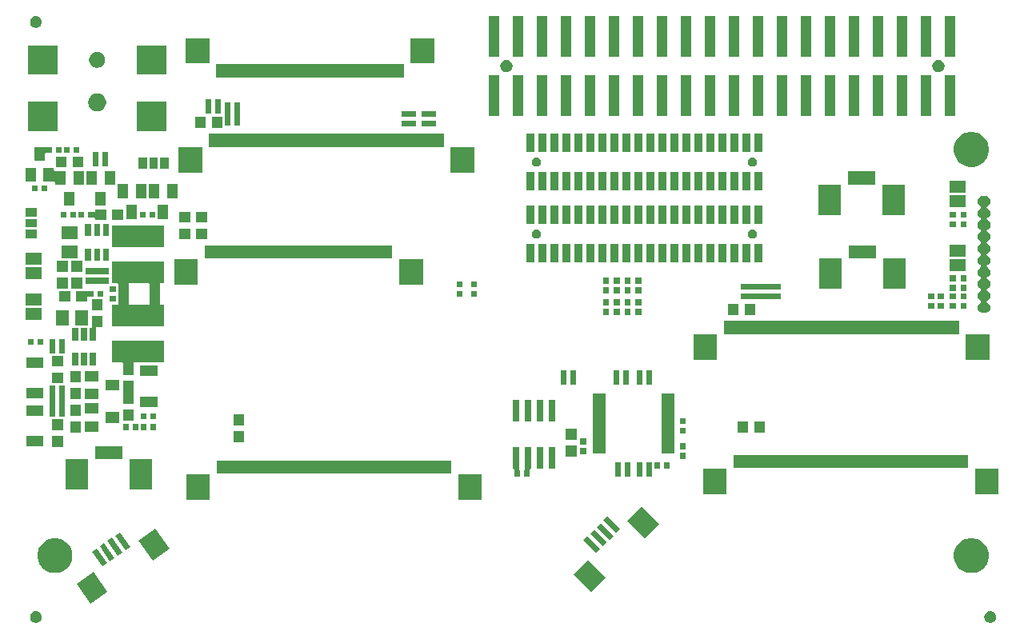
<source format=gbr>
G04 #@! TF.GenerationSoftware,KiCad,Pcbnew,(6.0.0-rc1-dev-478-gc120ae9e9)*
G04 #@! TF.CreationDate,2018-09-18T16:09:50+03:00*
G04 #@! TF.ProjectId,LCD-DRIVER_Rev_C,4C43442D4452495645525F5265765F43,C*
G04 #@! TF.SameCoordinates,Original*
G04 #@! TF.FileFunction,Soldermask,Bot*
G04 #@! TF.FilePolarity,Negative*
%FSLAX46Y46*%
G04 Gerber Fmt 4.6, Leading zero omitted, Abs format (unit mm)*
G04 Created by KiCad (PCBNEW (6.0.0-rc1-dev-478-gc120ae9e9)) date 09/18/18 16:09:50*
%MOMM*%
%LPD*%
G01*
G04 APERTURE LIST*
%ADD10C,0.200000*%
G04 APERTURE END LIST*
D10*
G36*
X172682889Y-124397095D02*
X172796996Y-124444359D01*
X172899692Y-124512979D01*
X172987021Y-124600308D01*
X173055641Y-124703004D01*
X173102905Y-124817111D01*
X173127000Y-124938244D01*
X173127000Y-125061756D01*
X173102905Y-125182889D01*
X173055641Y-125296996D01*
X172987021Y-125399692D01*
X172899692Y-125487021D01*
X172796996Y-125555641D01*
X172682889Y-125602905D01*
X172561756Y-125627000D01*
X172438244Y-125627000D01*
X172317111Y-125602905D01*
X172203004Y-125555641D01*
X172100308Y-125487021D01*
X172012979Y-125399692D01*
X171944359Y-125296996D01*
X171897095Y-125182889D01*
X171873000Y-125061756D01*
X171873000Y-124938244D01*
X171897095Y-124817111D01*
X171944359Y-124703004D01*
X172012979Y-124600308D01*
X172100308Y-124512979D01*
X172203004Y-124444359D01*
X172317111Y-124397095D01*
X172438244Y-124373000D01*
X172561756Y-124373000D01*
X172682889Y-124397095D01*
X172682889Y-124397095D01*
G37*
G36*
X71682889Y-124397095D02*
X71796996Y-124444359D01*
X71899692Y-124512979D01*
X71987021Y-124600308D01*
X72055641Y-124703004D01*
X72102905Y-124817111D01*
X72127000Y-124938244D01*
X72127000Y-125061756D01*
X72102905Y-125182889D01*
X72055641Y-125296996D01*
X71987021Y-125399692D01*
X71899692Y-125487021D01*
X71796996Y-125555641D01*
X71682889Y-125602905D01*
X71561756Y-125627000D01*
X71438244Y-125627000D01*
X71317111Y-125602905D01*
X71203004Y-125555641D01*
X71100308Y-125487021D01*
X71012979Y-125399692D01*
X70944359Y-125296996D01*
X70897095Y-125182889D01*
X70873000Y-125061756D01*
X70873000Y-124938244D01*
X70897095Y-124817111D01*
X70944359Y-124703004D01*
X71012979Y-124600308D01*
X71100308Y-124512979D01*
X71203004Y-124444359D01*
X71317111Y-124397095D01*
X71438244Y-124373000D01*
X71561756Y-124373000D01*
X71682889Y-124397095D01*
X71682889Y-124397095D01*
G37*
G36*
X79064705Y-122380606D02*
X77278954Y-123631003D01*
X75799127Y-121517590D01*
X77584878Y-120267193D01*
X79064705Y-122380606D01*
X79064705Y-122380606D01*
G37*
G36*
X131788802Y-120804163D02*
X130247308Y-122345657D01*
X128422972Y-120521321D01*
X129964466Y-118979827D01*
X131788802Y-120804163D01*
X131788802Y-120804163D01*
G37*
G36*
X171039622Y-116721094D02*
X171039624Y-116721095D01*
X171039625Y-116721095D01*
X171163993Y-116772610D01*
X171376304Y-116860552D01*
X171679309Y-117063013D01*
X171936987Y-117320691D01*
X172139448Y-117623696D01*
X172209160Y-117791995D01*
X172271988Y-117943675D01*
X172278906Y-117960378D01*
X172350000Y-118317789D01*
X172350000Y-118682211D01*
X172278906Y-119039622D01*
X172139448Y-119376304D01*
X171936987Y-119679309D01*
X171679309Y-119936987D01*
X171376304Y-120139448D01*
X171163993Y-120227390D01*
X171039625Y-120278905D01*
X171039624Y-120278905D01*
X171039622Y-120278906D01*
X170682211Y-120350000D01*
X170317789Y-120350000D01*
X169960378Y-120278906D01*
X169960376Y-120278905D01*
X169960375Y-120278905D01*
X169836007Y-120227390D01*
X169623696Y-120139448D01*
X169320691Y-119936987D01*
X169063013Y-119679309D01*
X168860552Y-119376304D01*
X168721094Y-119039622D01*
X168650000Y-118682211D01*
X168650000Y-118317789D01*
X168721094Y-117960378D01*
X168728013Y-117943675D01*
X168790840Y-117791995D01*
X168860552Y-117623696D01*
X169063013Y-117320691D01*
X169320691Y-117063013D01*
X169623696Y-116860552D01*
X169836007Y-116772610D01*
X169960375Y-116721095D01*
X169960376Y-116721095D01*
X169960378Y-116721094D01*
X170317789Y-116650000D01*
X170682211Y-116650000D01*
X171039622Y-116721094D01*
X171039622Y-116721094D01*
G37*
G36*
X74039622Y-116721094D02*
X74039624Y-116721095D01*
X74039625Y-116721095D01*
X74163993Y-116772610D01*
X74376304Y-116860552D01*
X74679309Y-117063013D01*
X74936987Y-117320691D01*
X75139448Y-117623696D01*
X75209160Y-117791995D01*
X75271988Y-117943675D01*
X75278906Y-117960378D01*
X75350000Y-118317789D01*
X75350000Y-118682211D01*
X75278906Y-119039622D01*
X75139448Y-119376304D01*
X74936987Y-119679309D01*
X74679309Y-119936987D01*
X74376304Y-120139448D01*
X74163993Y-120227390D01*
X74039625Y-120278905D01*
X74039624Y-120278905D01*
X74039622Y-120278906D01*
X73682211Y-120350000D01*
X73317789Y-120350000D01*
X72960378Y-120278906D01*
X72960376Y-120278905D01*
X72960375Y-120278905D01*
X72836007Y-120227390D01*
X72623696Y-120139448D01*
X72320691Y-119936987D01*
X72063013Y-119679309D01*
X71860552Y-119376304D01*
X71721094Y-119039622D01*
X71650000Y-118682211D01*
X71650000Y-118317789D01*
X71721094Y-117960378D01*
X71728013Y-117943675D01*
X71790840Y-117791995D01*
X71860552Y-117623696D01*
X72063013Y-117320691D01*
X72320691Y-117063013D01*
X72623696Y-116860552D01*
X72836007Y-116772610D01*
X72960375Y-116721095D01*
X72960376Y-116721095D01*
X72960378Y-116721094D01*
X73317789Y-116650000D01*
X73682211Y-116650000D01*
X74039622Y-116721094D01*
X74039622Y-116721094D01*
G37*
G36*
X79009685Y-119319341D02*
X78516884Y-119664405D01*
X77426171Y-118106705D01*
X77918972Y-117761641D01*
X79009685Y-119319341D01*
X79009685Y-119319341D01*
G37*
G36*
X79828837Y-118745764D02*
X79336036Y-119090828D01*
X78245323Y-117533128D01*
X78738124Y-117188064D01*
X79828837Y-118745764D01*
X79828837Y-118745764D01*
G37*
G36*
X85617921Y-117791995D02*
X83832170Y-119042392D01*
X82352343Y-116928979D01*
X84138094Y-115678582D01*
X85617921Y-117791995D01*
X85617921Y-117791995D01*
G37*
G36*
X80647989Y-118172188D02*
X80155188Y-118517252D01*
X79064475Y-116959552D01*
X79557276Y-116614488D01*
X80647989Y-118172188D01*
X80647989Y-118172188D01*
G37*
G36*
X131203035Y-117798959D02*
X130777638Y-118224356D01*
X129433003Y-116879721D01*
X129858400Y-116454324D01*
X131203035Y-117798959D01*
X131203035Y-117798959D01*
G37*
G36*
X81467141Y-117598611D02*
X80974340Y-117943675D01*
X79883627Y-116385975D01*
X80376428Y-116040911D01*
X81467141Y-117598611D01*
X81467141Y-117598611D01*
G37*
G36*
X131910142Y-117091852D02*
X131484745Y-117517249D01*
X130140110Y-116172614D01*
X130565507Y-115747217D01*
X131910142Y-117091852D01*
X131910142Y-117091852D01*
G37*
G36*
X132617249Y-116384745D02*
X132191852Y-116810142D01*
X130847217Y-115465507D01*
X131272614Y-115040110D01*
X132617249Y-116384745D01*
X132617249Y-116384745D01*
G37*
G36*
X137445657Y-115147308D02*
X135904163Y-116688802D01*
X134079827Y-114864466D01*
X135621321Y-113322972D01*
X137445657Y-115147308D01*
X137445657Y-115147308D01*
G37*
G36*
X133324356Y-115677638D02*
X132898959Y-116103035D01*
X131554324Y-114758400D01*
X131979721Y-114333003D01*
X133324356Y-115677638D01*
X133324356Y-115677638D01*
G37*
G36*
X89900800Y-112600800D02*
X87399200Y-112600800D01*
X87399200Y-109899200D01*
X89900800Y-109899200D01*
X89900800Y-112600800D01*
X89900800Y-112600800D01*
G37*
G36*
X118700800Y-112600800D02*
X116199200Y-112600800D01*
X116199200Y-109899200D01*
X118700800Y-109899200D01*
X118700800Y-112600800D01*
X118700800Y-112600800D01*
G37*
G36*
X173400800Y-112000800D02*
X170899200Y-112000800D01*
X170899200Y-109299200D01*
X173400800Y-109299200D01*
X173400800Y-112000800D01*
X173400800Y-112000800D01*
G37*
G36*
X144600800Y-112000800D02*
X142099200Y-112000800D01*
X142099200Y-109299200D01*
X144600800Y-109299200D01*
X144600800Y-112000800D01*
X144600800Y-112000800D01*
G37*
G36*
X83790000Y-111490000D02*
X81410000Y-111490000D01*
X81410000Y-108310000D01*
X83790000Y-108310000D01*
X83790000Y-111490000D01*
X83790000Y-111490000D01*
G37*
G36*
X76990000Y-111490000D02*
X74610000Y-111490000D01*
X74610000Y-108310000D01*
X76990000Y-108310000D01*
X76990000Y-111490000D01*
X76990000Y-111490000D01*
G37*
G36*
X136698800Y-110180800D02*
X136097200Y-110180800D01*
X136097200Y-108640200D01*
X136698800Y-108640200D01*
X136698800Y-110180800D01*
X136698800Y-110180800D01*
G37*
G36*
X134412800Y-110180800D02*
X133811200Y-110180800D01*
X133811200Y-108640200D01*
X134412800Y-108640200D01*
X134412800Y-110180800D01*
X134412800Y-110180800D01*
G37*
G36*
X122651800Y-109404200D02*
X122654202Y-109428586D01*
X122661315Y-109452035D01*
X122672866Y-109473646D01*
X122688412Y-109492588D01*
X122707354Y-109508134D01*
X122728800Y-109519597D01*
X122728800Y-110180800D01*
X122127200Y-110180800D01*
X122127200Y-109439800D01*
X122124798Y-109415414D01*
X122117685Y-109391965D01*
X122106134Y-109370354D01*
X122090588Y-109351412D01*
X122071646Y-109335866D01*
X122050035Y-109324315D01*
X122026586Y-109317202D01*
X122002200Y-109314800D01*
X121950200Y-109314800D01*
X121950200Y-107013200D01*
X122651800Y-107013200D01*
X122651800Y-109404200D01*
X122651800Y-109404200D01*
G37*
G36*
X133396800Y-110180800D02*
X132795200Y-110180800D01*
X132795200Y-108640200D01*
X133396800Y-108640200D01*
X133396800Y-110180800D01*
X133396800Y-110180800D01*
G37*
G36*
X123921800Y-109314800D02*
X123869800Y-109314800D01*
X123845414Y-109317202D01*
X123821965Y-109324315D01*
X123800354Y-109335866D01*
X123781412Y-109351412D01*
X123765866Y-109370354D01*
X123754315Y-109391965D01*
X123747202Y-109415414D01*
X123744800Y-109439800D01*
X123744800Y-110180800D01*
X123143200Y-110180800D01*
X123143200Y-109519597D01*
X123164646Y-109508134D01*
X123183588Y-109492588D01*
X123199134Y-109473646D01*
X123210685Y-109452035D01*
X123217798Y-109428586D01*
X123220200Y-109404200D01*
X123220200Y-107013200D01*
X123921800Y-107013200D01*
X123921800Y-109314800D01*
X123921800Y-109314800D01*
G37*
G36*
X135682800Y-110180800D02*
X135081200Y-110180800D01*
X135081200Y-108640200D01*
X135682800Y-108640200D01*
X135682800Y-110180800D01*
X135682800Y-110180800D01*
G37*
G36*
X115475800Y-109850800D02*
X90624200Y-109850800D01*
X90624200Y-108449200D01*
X115475800Y-108449200D01*
X115475800Y-109850800D01*
X115475800Y-109850800D01*
G37*
G36*
X126461800Y-109314800D02*
X125760200Y-109314800D01*
X125760200Y-107013200D01*
X126461800Y-107013200D01*
X126461800Y-109314800D01*
X126461800Y-109314800D01*
G37*
G36*
X125191800Y-109314800D02*
X124490200Y-109314800D01*
X124490200Y-107013200D01*
X125191800Y-107013200D01*
X125191800Y-109314800D01*
X125191800Y-109314800D01*
G37*
G36*
X137587800Y-109291800D02*
X136986200Y-109291800D01*
X136986200Y-108640200D01*
X137587800Y-108640200D01*
X137587800Y-109291800D01*
X137587800Y-109291800D01*
G37*
G36*
X138603800Y-109291800D02*
X138002200Y-109291800D01*
X138002200Y-108640200D01*
X138603800Y-108640200D01*
X138603800Y-109291800D01*
X138603800Y-109291800D01*
G37*
G36*
X170175800Y-109250800D02*
X145324200Y-109250800D01*
X145324200Y-107849200D01*
X170175800Y-107849200D01*
X170175800Y-109250800D01*
X170175800Y-109250800D01*
G37*
G36*
X80625800Y-108300800D02*
X77774200Y-108300800D01*
X77774200Y-106899200D01*
X80625800Y-106899200D01*
X80625800Y-108300800D01*
X80625800Y-108300800D01*
G37*
G36*
X140279800Y-108250800D02*
X139628200Y-108250800D01*
X139628200Y-107649200D01*
X140279800Y-107649200D01*
X140279800Y-108250800D01*
X140279800Y-108250800D01*
G37*
G36*
X128701800Y-108000800D02*
X127584200Y-108000800D01*
X127584200Y-106883200D01*
X128701800Y-106883200D01*
X128701800Y-108000800D01*
X128701800Y-108000800D01*
G37*
G36*
X129738800Y-107742800D02*
X129087200Y-107742800D01*
X129087200Y-107141200D01*
X129738800Y-107141200D01*
X129738800Y-107742800D01*
X129738800Y-107742800D01*
G37*
G36*
X139052300Y-107659300D02*
X137680700Y-107659300D01*
X137680700Y-101382700D01*
X139052300Y-101382700D01*
X139052300Y-107659300D01*
X139052300Y-107659300D01*
G37*
G36*
X131813300Y-107659300D02*
X130441700Y-107659300D01*
X130441700Y-101382700D01*
X131813300Y-101382700D01*
X131813300Y-107659300D01*
X131813300Y-107659300D01*
G37*
G36*
X140279800Y-107234800D02*
X139628200Y-107234800D01*
X139628200Y-106633200D01*
X140279800Y-106633200D01*
X140279800Y-107234800D01*
X140279800Y-107234800D01*
G37*
G36*
X74345800Y-106984800D02*
X73228200Y-106984800D01*
X73228200Y-105867200D01*
X74345800Y-105867200D01*
X74345800Y-106984800D01*
X74345800Y-106984800D01*
G37*
G36*
X72274800Y-106975800D02*
X70473200Y-106975800D01*
X70473200Y-105874200D01*
X72274800Y-105874200D01*
X72274800Y-106975800D01*
X72274800Y-106975800D01*
G37*
G36*
X129738800Y-106726800D02*
X129087200Y-106726800D01*
X129087200Y-106125200D01*
X129738800Y-106125200D01*
X129738800Y-106726800D01*
X129738800Y-106726800D01*
G37*
G36*
X93522800Y-106476800D02*
X92405200Y-106476800D01*
X92405200Y-105359200D01*
X93522800Y-105359200D01*
X93522800Y-106476800D01*
X93522800Y-106476800D01*
G37*
G36*
X128701800Y-106222800D02*
X127584200Y-106222800D01*
X127584200Y-105105200D01*
X128701800Y-105105200D01*
X128701800Y-106222800D01*
X128701800Y-106222800D01*
G37*
G36*
X140279800Y-105583800D02*
X139628200Y-105583800D01*
X139628200Y-104982200D01*
X140279800Y-104982200D01*
X140279800Y-105583800D01*
X140279800Y-105583800D01*
G37*
G36*
X76250800Y-105460800D02*
X75133200Y-105460800D01*
X75133200Y-104343200D01*
X76250800Y-104343200D01*
X76250800Y-105460800D01*
X76250800Y-105460800D01*
G37*
G36*
X146862800Y-105460800D02*
X145745200Y-105460800D01*
X145745200Y-104343200D01*
X146862800Y-104343200D01*
X146862800Y-105460800D01*
X146862800Y-105460800D01*
G37*
G36*
X148640800Y-105460800D02*
X147523200Y-105460800D01*
X147523200Y-104343200D01*
X148640800Y-104343200D01*
X148640800Y-105460800D01*
X148640800Y-105460800D01*
G37*
G36*
X78136800Y-105386800D02*
X76635200Y-105386800D01*
X76635200Y-104285200D01*
X78136800Y-104285200D01*
X78136800Y-105386800D01*
X78136800Y-105386800D01*
G37*
G36*
X82342800Y-105227800D02*
X81741200Y-105227800D01*
X81741200Y-104576200D01*
X82342800Y-104576200D01*
X82342800Y-105227800D01*
X82342800Y-105227800D01*
G37*
G36*
X84247800Y-105227800D02*
X83646200Y-105227800D01*
X83646200Y-104576200D01*
X84247800Y-104576200D01*
X84247800Y-105227800D01*
X84247800Y-105227800D01*
G37*
G36*
X83231800Y-105227800D02*
X82630200Y-105227800D01*
X82630200Y-104576200D01*
X83231800Y-104576200D01*
X83231800Y-105227800D01*
X83231800Y-105227800D01*
G37*
G36*
X81326800Y-105227800D02*
X80725200Y-105227800D01*
X80725200Y-104576200D01*
X81326800Y-104576200D01*
X81326800Y-105227800D01*
X81326800Y-105227800D01*
G37*
G36*
X74345800Y-105206800D02*
X73228200Y-105206800D01*
X73228200Y-104089200D01*
X74345800Y-104089200D01*
X74345800Y-105206800D01*
X74345800Y-105206800D01*
G37*
G36*
X93522800Y-104698800D02*
X92405200Y-104698800D01*
X92405200Y-103581200D01*
X93522800Y-103581200D01*
X93522800Y-104698800D01*
X93522800Y-104698800D01*
G37*
G36*
X140279800Y-104567800D02*
X139628200Y-104567800D01*
X139628200Y-103966200D01*
X140279800Y-103966200D01*
X140279800Y-104567800D01*
X140279800Y-104567800D01*
G37*
G36*
X80336800Y-104436800D02*
X78835200Y-104436800D01*
X78835200Y-103335200D01*
X80336800Y-103335200D01*
X80336800Y-104436800D01*
X80336800Y-104436800D01*
G37*
G36*
X123921800Y-104314800D02*
X123220200Y-104314800D01*
X123220200Y-102013200D01*
X123921800Y-102013200D01*
X123921800Y-104314800D01*
X123921800Y-104314800D01*
G37*
G36*
X122651800Y-104314800D02*
X121950200Y-104314800D01*
X121950200Y-102013200D01*
X122651800Y-102013200D01*
X122651800Y-104314800D01*
X122651800Y-104314800D01*
G37*
G36*
X125191800Y-104314800D02*
X124490200Y-104314800D01*
X124490200Y-102013200D01*
X125191800Y-102013200D01*
X125191800Y-104314800D01*
X125191800Y-104314800D01*
G37*
G36*
X126461800Y-104314800D02*
X125760200Y-104314800D01*
X125760200Y-102013200D01*
X126461800Y-102013200D01*
X126461800Y-104314800D01*
X126461800Y-104314800D01*
G37*
G36*
X81838800Y-104190800D02*
X80721200Y-104190800D01*
X80721200Y-103073200D01*
X81838800Y-103073200D01*
X81838800Y-104190800D01*
X81838800Y-104190800D01*
G37*
G36*
X84247800Y-104084800D02*
X83646200Y-104084800D01*
X83646200Y-103433200D01*
X84247800Y-103433200D01*
X84247800Y-104084800D01*
X84247800Y-104084800D01*
G37*
G36*
X83231800Y-104084800D02*
X82630200Y-104084800D01*
X82630200Y-103433200D01*
X83231800Y-103433200D01*
X83231800Y-104084800D01*
X83231800Y-104084800D01*
G37*
G36*
X73579800Y-103830800D02*
X72978200Y-103830800D01*
X72978200Y-100512200D01*
X73579800Y-100512200D01*
X73579800Y-103830800D01*
X73579800Y-103830800D01*
G37*
G36*
X74595800Y-103830800D02*
X73994200Y-103830800D01*
X73994200Y-100512200D01*
X74595800Y-100512200D01*
X74595800Y-103830800D01*
X74595800Y-103830800D01*
G37*
G36*
X76250800Y-103682800D02*
X75133200Y-103682800D01*
X75133200Y-102565200D01*
X76250800Y-102565200D01*
X76250800Y-103682800D01*
X76250800Y-103682800D01*
G37*
G36*
X72274800Y-103675800D02*
X70473200Y-103675800D01*
X70473200Y-102574200D01*
X72274800Y-102574200D01*
X72274800Y-103675800D01*
X72274800Y-103675800D01*
G37*
G36*
X78136800Y-103486800D02*
X76635200Y-103486800D01*
X76635200Y-102385200D01*
X78136800Y-102385200D01*
X78136800Y-103486800D01*
X78136800Y-103486800D01*
G37*
G36*
X84339800Y-102784800D02*
X82538200Y-102784800D01*
X82538200Y-101683200D01*
X84339800Y-101683200D01*
X84339800Y-102784800D01*
X84339800Y-102784800D01*
G37*
G36*
X81838800Y-102412800D02*
X80721200Y-102412800D01*
X80721200Y-100025200D01*
X81838800Y-100025200D01*
X81838800Y-102412800D01*
X81838800Y-102412800D01*
G37*
G36*
X78136800Y-101957800D02*
X76635200Y-101957800D01*
X76635200Y-100856200D01*
X78136800Y-100856200D01*
X78136800Y-101957800D01*
X78136800Y-101957800D01*
G37*
G36*
X76250800Y-101904800D02*
X75133200Y-101904800D01*
X75133200Y-100787200D01*
X76250800Y-100787200D01*
X76250800Y-101904800D01*
X76250800Y-101904800D01*
G37*
G36*
X72274800Y-101895800D02*
X70473200Y-101895800D01*
X70473200Y-100794200D01*
X72274800Y-100794200D01*
X72274800Y-101895800D01*
X72274800Y-101895800D01*
G37*
G36*
X80336800Y-101007800D02*
X78835200Y-101007800D01*
X78835200Y-99906200D01*
X80336800Y-99906200D01*
X80336800Y-101007800D01*
X80336800Y-101007800D01*
G37*
G36*
X135682800Y-100401800D02*
X135081200Y-100401800D01*
X135081200Y-98861200D01*
X135682800Y-98861200D01*
X135682800Y-100401800D01*
X135682800Y-100401800D01*
G37*
G36*
X136698800Y-100401800D02*
X136097200Y-100401800D01*
X136097200Y-98861200D01*
X136698800Y-98861200D01*
X136698800Y-100401800D01*
X136698800Y-100401800D01*
G37*
G36*
X134285800Y-100401800D02*
X133684200Y-100401800D01*
X133684200Y-98861200D01*
X134285800Y-98861200D01*
X134285800Y-100401800D01*
X134285800Y-100401800D01*
G37*
G36*
X133269800Y-100401800D02*
X132668200Y-100401800D01*
X132668200Y-98861200D01*
X133269800Y-98861200D01*
X133269800Y-100401800D01*
X133269800Y-100401800D01*
G37*
G36*
X128697800Y-100401800D02*
X128096200Y-100401800D01*
X128096200Y-98861200D01*
X128697800Y-98861200D01*
X128697800Y-100401800D01*
X128697800Y-100401800D01*
G37*
G36*
X127681800Y-100401800D02*
X127080200Y-100401800D01*
X127080200Y-98861200D01*
X127681800Y-98861200D01*
X127681800Y-100401800D01*
X127681800Y-100401800D01*
G37*
G36*
X74345800Y-100253800D02*
X73228200Y-100253800D01*
X73228200Y-99136200D01*
X74345800Y-99136200D01*
X74345800Y-100253800D01*
X74345800Y-100253800D01*
G37*
G36*
X76250800Y-100126800D02*
X75133200Y-100126800D01*
X75133200Y-99009200D01*
X76250800Y-99009200D01*
X76250800Y-100126800D01*
X76250800Y-100126800D01*
G37*
G36*
X78136800Y-100057800D02*
X76635200Y-100057800D01*
X76635200Y-98956200D01*
X78136800Y-98956200D01*
X78136800Y-100057800D01*
X78136800Y-100057800D01*
G37*
G36*
X84339800Y-99484800D02*
X82538200Y-99484800D01*
X82538200Y-98383200D01*
X84339800Y-98383200D01*
X84339800Y-99484800D01*
X84339800Y-99484800D01*
G37*
G36*
X85046800Y-98046800D02*
X81963800Y-98046800D01*
X81939414Y-98049202D01*
X81915965Y-98056315D01*
X81894354Y-98067866D01*
X81875412Y-98083412D01*
X81859866Y-98102354D01*
X81848315Y-98123965D01*
X81841202Y-98147414D01*
X81838800Y-98171800D01*
X81838800Y-99364800D01*
X80721200Y-99364800D01*
X80721200Y-98171800D01*
X80718798Y-98147414D01*
X80711685Y-98123965D01*
X80700134Y-98102354D01*
X80684588Y-98083412D01*
X80665646Y-98067866D01*
X80644035Y-98056315D01*
X80620586Y-98049202D01*
X80596200Y-98046800D01*
X79545200Y-98046800D01*
X79545200Y-95745200D01*
X85046800Y-95745200D01*
X85046800Y-98046800D01*
X85046800Y-98046800D01*
G37*
G36*
X72274800Y-98595800D02*
X70473200Y-98595800D01*
X70473200Y-97494200D01*
X72274800Y-97494200D01*
X72274800Y-98595800D01*
X72274800Y-98595800D01*
G37*
G36*
X74345800Y-98475800D02*
X73228200Y-98475800D01*
X73228200Y-97358200D01*
X74345800Y-97358200D01*
X74345800Y-98475800D01*
X74345800Y-98475800D01*
G37*
G36*
X76906800Y-98343900D02*
X76255200Y-98343900D01*
X76255200Y-97042300D01*
X76906800Y-97042300D01*
X76906800Y-98343900D01*
X76906800Y-98343900D01*
G37*
G36*
X77856800Y-98343900D02*
X77205200Y-98343900D01*
X77205200Y-97042300D01*
X77856800Y-97042300D01*
X77856800Y-98343900D01*
X77856800Y-98343900D01*
G37*
G36*
X75956800Y-98343900D02*
X75305200Y-98343900D01*
X75305200Y-97042300D01*
X75956800Y-97042300D01*
X75956800Y-98343900D01*
X75956800Y-98343900D01*
G37*
G36*
X143600800Y-97800800D02*
X141099200Y-97800800D01*
X141099200Y-95099200D01*
X143600800Y-95099200D01*
X143600800Y-97800800D01*
X143600800Y-97800800D01*
G37*
G36*
X172400800Y-97800800D02*
X169899200Y-97800800D01*
X169899200Y-95099200D01*
X172400800Y-95099200D01*
X172400800Y-97800800D01*
X172400800Y-97800800D01*
G37*
G36*
X73579800Y-97099800D02*
X72978200Y-97099800D01*
X72978200Y-95559200D01*
X73579800Y-95559200D01*
X73579800Y-97099800D01*
X73579800Y-97099800D01*
G37*
G36*
X74595800Y-97099800D02*
X73994200Y-97099800D01*
X73994200Y-95559200D01*
X74595800Y-95559200D01*
X74595800Y-97099800D01*
X74595800Y-97099800D01*
G37*
G36*
X71293800Y-96210800D02*
X70692200Y-96210800D01*
X70692200Y-95559200D01*
X71293800Y-95559200D01*
X71293800Y-96210800D01*
X71293800Y-96210800D01*
G37*
G36*
X72309800Y-96210800D02*
X71708200Y-96210800D01*
X71708200Y-95559200D01*
X72309800Y-95559200D01*
X72309800Y-96210800D01*
X72309800Y-96210800D01*
G37*
G36*
X75956800Y-95743700D02*
X75305200Y-95743700D01*
X75305200Y-94442100D01*
X75956800Y-94442100D01*
X75956800Y-95743700D01*
X75956800Y-95743700D01*
G37*
G36*
X78536800Y-94284800D02*
X77981800Y-94284800D01*
X77957414Y-94287202D01*
X77933965Y-94294315D01*
X77912354Y-94305866D01*
X77893412Y-94321412D01*
X77877866Y-94340354D01*
X77866315Y-94361965D01*
X77859202Y-94385414D01*
X77856800Y-94409800D01*
X77856800Y-95743700D01*
X77205200Y-95743700D01*
X77205200Y-94442100D01*
X77294200Y-94442100D01*
X77318586Y-94439698D01*
X77342035Y-94432585D01*
X77363646Y-94421034D01*
X77382588Y-94405488D01*
X77398134Y-94386546D01*
X77409685Y-94364935D01*
X77416798Y-94341486D01*
X77419200Y-94317100D01*
X77419200Y-93167200D01*
X78536800Y-93167200D01*
X78536800Y-94284800D01*
X78536800Y-94284800D01*
G37*
G36*
X76906800Y-95743700D02*
X76255200Y-95743700D01*
X76255200Y-94442100D01*
X76906800Y-94442100D01*
X76906800Y-95743700D01*
X76906800Y-95743700D01*
G37*
G36*
X169175800Y-95050800D02*
X144324200Y-95050800D01*
X144324200Y-93649200D01*
X169175800Y-93649200D01*
X169175800Y-95050800D01*
X169175800Y-95050800D01*
G37*
G36*
X85046800Y-89664800D02*
X84748800Y-89664800D01*
X84724414Y-89667202D01*
X84700965Y-89674315D01*
X84679354Y-89685866D01*
X84660412Y-89701412D01*
X84644866Y-89720354D01*
X84633315Y-89741965D01*
X84626202Y-89765414D01*
X84623800Y-89789800D01*
X84623800Y-91820200D01*
X84626202Y-91844586D01*
X84633315Y-91868035D01*
X84644866Y-91889646D01*
X84660412Y-91908588D01*
X84679354Y-91924134D01*
X84700965Y-91935685D01*
X84724414Y-91942798D01*
X84748800Y-91945200D01*
X85046800Y-91945200D01*
X85046800Y-94246800D01*
X79545200Y-94246800D01*
X79545200Y-91945200D01*
X80097200Y-91945200D01*
X80121586Y-91942798D01*
X80145035Y-91935685D01*
X80166646Y-91924134D01*
X80185588Y-91908588D01*
X80201134Y-91889646D01*
X80212685Y-91868035D01*
X80219798Y-91844586D01*
X80222200Y-91820200D01*
X80222200Y-89789800D01*
X81323800Y-89789800D01*
X81323800Y-91820200D01*
X81326202Y-91844586D01*
X81333315Y-91868035D01*
X81344866Y-91889646D01*
X81360412Y-91908588D01*
X81379354Y-91924134D01*
X81400965Y-91935685D01*
X81424414Y-91942798D01*
X81448800Y-91945200D01*
X83397200Y-91945200D01*
X83421586Y-91942798D01*
X83445035Y-91935685D01*
X83466646Y-91924134D01*
X83485588Y-91908588D01*
X83501134Y-91889646D01*
X83512685Y-91868035D01*
X83519798Y-91844586D01*
X83522200Y-91820200D01*
X83522200Y-89789800D01*
X83519798Y-89765414D01*
X83512685Y-89741965D01*
X83501134Y-89720354D01*
X83485588Y-89701412D01*
X83466646Y-89685866D01*
X83445035Y-89674315D01*
X83421586Y-89667202D01*
X83397200Y-89664800D01*
X81448800Y-89664800D01*
X81424414Y-89667202D01*
X81400965Y-89674315D01*
X81379354Y-89685866D01*
X81360412Y-89701412D01*
X81344866Y-89720354D01*
X81333315Y-89741965D01*
X81326202Y-89765414D01*
X81323800Y-89789800D01*
X80222200Y-89789800D01*
X80219798Y-89765414D01*
X80212685Y-89741965D01*
X80201134Y-89720354D01*
X80185588Y-89701412D01*
X80166646Y-89685866D01*
X80145035Y-89674315D01*
X80121586Y-89667202D01*
X80097200Y-89664800D01*
X79545200Y-89664800D01*
X79545200Y-87363200D01*
X85046800Y-87363200D01*
X85046800Y-89664800D01*
X85046800Y-89664800D01*
G37*
G36*
X74980800Y-94157800D02*
X73609200Y-94157800D01*
X73609200Y-92532200D01*
X74980800Y-92532200D01*
X74980800Y-94157800D01*
X74980800Y-94157800D01*
G37*
G36*
X77012800Y-94157800D02*
X75641200Y-94157800D01*
X75641200Y-92532200D01*
X77012800Y-92532200D01*
X77012800Y-94157800D01*
X77012800Y-94157800D01*
G37*
G36*
X72097900Y-93599000D02*
X70396100Y-93599000D01*
X70396100Y-92329000D01*
X72097900Y-92329000D01*
X72097900Y-93599000D01*
X72097900Y-93599000D01*
G37*
G36*
X145846800Y-93014800D02*
X144729200Y-93014800D01*
X144729200Y-91897200D01*
X145846800Y-91897200D01*
X145846800Y-93014800D01*
X145846800Y-93014800D01*
G37*
G36*
X147624800Y-93014800D02*
X146507200Y-93014800D01*
X146507200Y-91897200D01*
X147624800Y-91897200D01*
X147624800Y-93014800D01*
X147624800Y-93014800D01*
G37*
G36*
X133294800Y-93010800D02*
X132643200Y-93010800D01*
X132643200Y-92409200D01*
X133294800Y-92409200D01*
X133294800Y-93010800D01*
X133294800Y-93010800D01*
G37*
G36*
X132151800Y-93010800D02*
X131500200Y-93010800D01*
X131500200Y-92409200D01*
X132151800Y-92409200D01*
X132151800Y-93010800D01*
X132151800Y-93010800D01*
G37*
G36*
X134437800Y-93010800D02*
X133786200Y-93010800D01*
X133786200Y-92409200D01*
X134437800Y-92409200D01*
X134437800Y-93010800D01*
X134437800Y-93010800D01*
G37*
G36*
X135580800Y-93010800D02*
X134929200Y-93010800D01*
X134929200Y-92409200D01*
X135580800Y-92409200D01*
X135580800Y-93010800D01*
X135580800Y-93010800D01*
G37*
G36*
X172077416Y-80445031D02*
X172088977Y-80446170D01*
X172140889Y-80461918D01*
X172192802Y-80477665D01*
X172247738Y-80507029D01*
X172288486Y-80528809D01*
X172288487Y-80528810D01*
X172288489Y-80528811D01*
X172372359Y-80597641D01*
X172441189Y-80681511D01*
X172492335Y-80777198D01*
X172523830Y-80881024D01*
X172534465Y-80989000D01*
X172523830Y-81096976D01*
X172492335Y-81200802D01*
X172441189Y-81296489D01*
X172372359Y-81380359D01*
X172288489Y-81449189D01*
X172288487Y-81449190D01*
X172288486Y-81449191D01*
X172251486Y-81468968D01*
X172192802Y-81500335D01*
X172192799Y-81500336D01*
X172186393Y-81503760D01*
X172166018Y-81517374D01*
X172148691Y-81534701D01*
X172135077Y-81555075D01*
X172125700Y-81577714D01*
X172120919Y-81601748D01*
X172120919Y-81626252D01*
X172125699Y-81650285D01*
X172135077Y-81672924D01*
X172148691Y-81693299D01*
X172166018Y-81710626D01*
X172186393Y-81724240D01*
X172192799Y-81727664D01*
X172192802Y-81727665D01*
X172251486Y-81759032D01*
X172288486Y-81778809D01*
X172288487Y-81778810D01*
X172288489Y-81778811D01*
X172372359Y-81847641D01*
X172441189Y-81931511D01*
X172492335Y-82027198D01*
X172502464Y-82060588D01*
X172521154Y-82122200D01*
X172523830Y-82131024D01*
X172534465Y-82239000D01*
X172523830Y-82346976D01*
X172492335Y-82450802D01*
X172441189Y-82546489D01*
X172372359Y-82630359D01*
X172288489Y-82699189D01*
X172288487Y-82699190D01*
X172288486Y-82699191D01*
X172251486Y-82718968D01*
X172192802Y-82750335D01*
X172192799Y-82750336D01*
X172186393Y-82753760D01*
X172166018Y-82767374D01*
X172148691Y-82784701D01*
X172135077Y-82805075D01*
X172125700Y-82827714D01*
X172120919Y-82851748D01*
X172120919Y-82876252D01*
X172125699Y-82900285D01*
X172135077Y-82922924D01*
X172148691Y-82943299D01*
X172166018Y-82960626D01*
X172186393Y-82974240D01*
X172192799Y-82977664D01*
X172192802Y-82977665D01*
X172251486Y-83009032D01*
X172288486Y-83028809D01*
X172288487Y-83028810D01*
X172288489Y-83028811D01*
X172372359Y-83097641D01*
X172441189Y-83181511D01*
X172492335Y-83277198D01*
X172523830Y-83381024D01*
X172534465Y-83489000D01*
X172523830Y-83596976D01*
X172492335Y-83700802D01*
X172441189Y-83796489D01*
X172372359Y-83880359D01*
X172288489Y-83949189D01*
X172288487Y-83949190D01*
X172288486Y-83949191D01*
X172251486Y-83968968D01*
X172192802Y-84000335D01*
X172192799Y-84000336D01*
X172186393Y-84003760D01*
X172166018Y-84017374D01*
X172148691Y-84034701D01*
X172135077Y-84055075D01*
X172125700Y-84077714D01*
X172120919Y-84101748D01*
X172120919Y-84126252D01*
X172125699Y-84150285D01*
X172135077Y-84172924D01*
X172148691Y-84193299D01*
X172166018Y-84210626D01*
X172186393Y-84224240D01*
X172192799Y-84227664D01*
X172192802Y-84227665D01*
X172251486Y-84259032D01*
X172288486Y-84278809D01*
X172288487Y-84278810D01*
X172288489Y-84278811D01*
X172372359Y-84347641D01*
X172441189Y-84431511D01*
X172492335Y-84527198D01*
X172523830Y-84631024D01*
X172534465Y-84739000D01*
X172523830Y-84846976D01*
X172492335Y-84950802D01*
X172441189Y-85046489D01*
X172372359Y-85130359D01*
X172288489Y-85199189D01*
X172288487Y-85199190D01*
X172288486Y-85199191D01*
X172251486Y-85218968D01*
X172192802Y-85250335D01*
X172192799Y-85250336D01*
X172186393Y-85253760D01*
X172166018Y-85267374D01*
X172148691Y-85284701D01*
X172135077Y-85305075D01*
X172125700Y-85327714D01*
X172120919Y-85351748D01*
X172120919Y-85376252D01*
X172125699Y-85400285D01*
X172135077Y-85422924D01*
X172148691Y-85443299D01*
X172166018Y-85460626D01*
X172186393Y-85474240D01*
X172192799Y-85477664D01*
X172192802Y-85477665D01*
X172251486Y-85509032D01*
X172288486Y-85528809D01*
X172288487Y-85528810D01*
X172288489Y-85528811D01*
X172372359Y-85597641D01*
X172441189Y-85681511D01*
X172492335Y-85777198D01*
X172523830Y-85881024D01*
X172534465Y-85989000D01*
X172523830Y-86096976D01*
X172492335Y-86200802D01*
X172441189Y-86296489D01*
X172372359Y-86380359D01*
X172288489Y-86449189D01*
X172288487Y-86449190D01*
X172288486Y-86449191D01*
X172251486Y-86468968D01*
X172192802Y-86500335D01*
X172192799Y-86500336D01*
X172186393Y-86503760D01*
X172166018Y-86517374D01*
X172148691Y-86534701D01*
X172135077Y-86555075D01*
X172125700Y-86577714D01*
X172120919Y-86601748D01*
X172120919Y-86626252D01*
X172125699Y-86650285D01*
X172135077Y-86672924D01*
X172148691Y-86693299D01*
X172166018Y-86710626D01*
X172186393Y-86724240D01*
X172192799Y-86727664D01*
X172192802Y-86727665D01*
X172251486Y-86759032D01*
X172288486Y-86778809D01*
X172288487Y-86778810D01*
X172288489Y-86778811D01*
X172372359Y-86847641D01*
X172441189Y-86931511D01*
X172492335Y-87027198D01*
X172523830Y-87131024D01*
X172534465Y-87239000D01*
X172523830Y-87346976D01*
X172492335Y-87450802D01*
X172441189Y-87546489D01*
X172372359Y-87630359D01*
X172288489Y-87699189D01*
X172288487Y-87699190D01*
X172288486Y-87699191D01*
X172251486Y-87718968D01*
X172192802Y-87750335D01*
X172192799Y-87750336D01*
X172186393Y-87753760D01*
X172166018Y-87767374D01*
X172148691Y-87784701D01*
X172135077Y-87805075D01*
X172125700Y-87827714D01*
X172120919Y-87851748D01*
X172120919Y-87876252D01*
X172125699Y-87900285D01*
X172135077Y-87922924D01*
X172148691Y-87943299D01*
X172166018Y-87960626D01*
X172186393Y-87974240D01*
X172192799Y-87977664D01*
X172192802Y-87977665D01*
X172251486Y-88009032D01*
X172288486Y-88028809D01*
X172288487Y-88028810D01*
X172288489Y-88028811D01*
X172372359Y-88097641D01*
X172441189Y-88181511D01*
X172492335Y-88277198D01*
X172523830Y-88381024D01*
X172534465Y-88489000D01*
X172523830Y-88596976D01*
X172492335Y-88700802D01*
X172441189Y-88796489D01*
X172372359Y-88880359D01*
X172288489Y-88949189D01*
X172288487Y-88949190D01*
X172288486Y-88949191D01*
X172251486Y-88968968D01*
X172192802Y-89000335D01*
X172192799Y-89000336D01*
X172186393Y-89003760D01*
X172166018Y-89017374D01*
X172148691Y-89034701D01*
X172135077Y-89055075D01*
X172125700Y-89077714D01*
X172120919Y-89101748D01*
X172120919Y-89126252D01*
X172125699Y-89150285D01*
X172135077Y-89172924D01*
X172148691Y-89193299D01*
X172166018Y-89210626D01*
X172186393Y-89224240D01*
X172192799Y-89227664D01*
X172192802Y-89227665D01*
X172251486Y-89259032D01*
X172288486Y-89278809D01*
X172288487Y-89278810D01*
X172288489Y-89278811D01*
X172372359Y-89347641D01*
X172441189Y-89431511D01*
X172492335Y-89527198D01*
X172523830Y-89631024D01*
X172534465Y-89739000D01*
X172531863Y-89765414D01*
X172523830Y-89846977D01*
X172508082Y-89898889D01*
X172492335Y-89950802D01*
X172441189Y-90046489D01*
X172372359Y-90130359D01*
X172288489Y-90199189D01*
X172288487Y-90199190D01*
X172288486Y-90199191D01*
X172251486Y-90218968D01*
X172192802Y-90250335D01*
X172192799Y-90250336D01*
X172186393Y-90253760D01*
X172166018Y-90267374D01*
X172148691Y-90284701D01*
X172135077Y-90305075D01*
X172125700Y-90327714D01*
X172120919Y-90351748D01*
X172120919Y-90376252D01*
X172125699Y-90400285D01*
X172135077Y-90422924D01*
X172148691Y-90443299D01*
X172166018Y-90460626D01*
X172186393Y-90474240D01*
X172192799Y-90477664D01*
X172192802Y-90477665D01*
X172242445Y-90504200D01*
X172288486Y-90528809D01*
X172288487Y-90528810D01*
X172288489Y-90528811D01*
X172372359Y-90597641D01*
X172441189Y-90681511D01*
X172492335Y-90777198D01*
X172523830Y-90881024D01*
X172534465Y-90989000D01*
X172524783Y-91087295D01*
X172523830Y-91096977D01*
X172513570Y-91130800D01*
X172492335Y-91200802D01*
X172441189Y-91296489D01*
X172372359Y-91380359D01*
X172288489Y-91449189D01*
X172288487Y-91449190D01*
X172288486Y-91449191D01*
X172251486Y-91468968D01*
X172192802Y-91500335D01*
X172192799Y-91500336D01*
X172186393Y-91503760D01*
X172166018Y-91517374D01*
X172148691Y-91534701D01*
X172135077Y-91555075D01*
X172125700Y-91577714D01*
X172120919Y-91601748D01*
X172120919Y-91626252D01*
X172125699Y-91650285D01*
X172135077Y-91672924D01*
X172148691Y-91693299D01*
X172166018Y-91710626D01*
X172186393Y-91724240D01*
X172192799Y-91727664D01*
X172192802Y-91727665D01*
X172251486Y-91759032D01*
X172288486Y-91778809D01*
X172288487Y-91778810D01*
X172288489Y-91778811D01*
X172372359Y-91847641D01*
X172441189Y-91931511D01*
X172492335Y-92027198D01*
X172523830Y-92131024D01*
X172534465Y-92239000D01*
X172524783Y-92337295D01*
X172523830Y-92346977D01*
X172508082Y-92398889D01*
X172492335Y-92450802D01*
X172441189Y-92546489D01*
X172372359Y-92630359D01*
X172288489Y-92699189D01*
X172288487Y-92699190D01*
X172288486Y-92699191D01*
X172247738Y-92720971D01*
X172192802Y-92750335D01*
X172140889Y-92766083D01*
X172088977Y-92781830D01*
X172077416Y-92782969D01*
X172008057Y-92789800D01*
X171653943Y-92789800D01*
X171584584Y-92782969D01*
X171573023Y-92781830D01*
X171521111Y-92766083D01*
X171469198Y-92750335D01*
X171414262Y-92720971D01*
X171373514Y-92699191D01*
X171373513Y-92699190D01*
X171373511Y-92699189D01*
X171289641Y-92630359D01*
X171220811Y-92546489D01*
X171169665Y-92450802D01*
X171153918Y-92398889D01*
X171138170Y-92346977D01*
X171137217Y-92337295D01*
X171127535Y-92239000D01*
X171138170Y-92131024D01*
X171169665Y-92027198D01*
X171220811Y-91931511D01*
X171289641Y-91847641D01*
X171373511Y-91778811D01*
X171373513Y-91778810D01*
X171373514Y-91778809D01*
X171410514Y-91759032D01*
X171469198Y-91727665D01*
X171469201Y-91727664D01*
X171475607Y-91724240D01*
X171495982Y-91710626D01*
X171513309Y-91693299D01*
X171526923Y-91672925D01*
X171536300Y-91650286D01*
X171541081Y-91626252D01*
X171541081Y-91601748D01*
X171536301Y-91577715D01*
X171526923Y-91555076D01*
X171513309Y-91534701D01*
X171495982Y-91517374D01*
X171475607Y-91503760D01*
X171469201Y-91500336D01*
X171469198Y-91500335D01*
X171410514Y-91468968D01*
X171373514Y-91449191D01*
X171373513Y-91449190D01*
X171373511Y-91449189D01*
X171289641Y-91380359D01*
X171220811Y-91296489D01*
X171169665Y-91200802D01*
X171148430Y-91130800D01*
X171138170Y-91096977D01*
X171137217Y-91087295D01*
X171127535Y-90989000D01*
X171138170Y-90881024D01*
X171169665Y-90777198D01*
X171220811Y-90681511D01*
X171289641Y-90597641D01*
X171373511Y-90528811D01*
X171373513Y-90528810D01*
X171373514Y-90528809D01*
X171419555Y-90504200D01*
X171469198Y-90477665D01*
X171469201Y-90477664D01*
X171475607Y-90474240D01*
X171495982Y-90460626D01*
X171513309Y-90443299D01*
X171526923Y-90422925D01*
X171536300Y-90400286D01*
X171541081Y-90376252D01*
X171541081Y-90351748D01*
X171536301Y-90327715D01*
X171526923Y-90305076D01*
X171513309Y-90284701D01*
X171495982Y-90267374D01*
X171475607Y-90253760D01*
X171469201Y-90250336D01*
X171469198Y-90250335D01*
X171410514Y-90218968D01*
X171373514Y-90199191D01*
X171373513Y-90199190D01*
X171373511Y-90199189D01*
X171289641Y-90130359D01*
X171220811Y-90046489D01*
X171169665Y-89950802D01*
X171153918Y-89898889D01*
X171138170Y-89846977D01*
X171130137Y-89765414D01*
X171127535Y-89739000D01*
X171138170Y-89631024D01*
X171169665Y-89527198D01*
X171220811Y-89431511D01*
X171289641Y-89347641D01*
X171373511Y-89278811D01*
X171373513Y-89278810D01*
X171373514Y-89278809D01*
X171410514Y-89259032D01*
X171469198Y-89227665D01*
X171469201Y-89227664D01*
X171475607Y-89224240D01*
X171495982Y-89210626D01*
X171513309Y-89193299D01*
X171526923Y-89172925D01*
X171536300Y-89150286D01*
X171541081Y-89126252D01*
X171541081Y-89101748D01*
X171536301Y-89077715D01*
X171526923Y-89055076D01*
X171513309Y-89034701D01*
X171495982Y-89017374D01*
X171475607Y-89003760D01*
X171469201Y-89000336D01*
X171469198Y-89000335D01*
X171410514Y-88968968D01*
X171373514Y-88949191D01*
X171373513Y-88949190D01*
X171373511Y-88949189D01*
X171289641Y-88880359D01*
X171220811Y-88796489D01*
X171169665Y-88700802D01*
X171138170Y-88596976D01*
X171127535Y-88489000D01*
X171138170Y-88381024D01*
X171169665Y-88277198D01*
X171220811Y-88181511D01*
X171289641Y-88097641D01*
X171373511Y-88028811D01*
X171373513Y-88028810D01*
X171373514Y-88028809D01*
X171410514Y-88009032D01*
X171469198Y-87977665D01*
X171469201Y-87977664D01*
X171475607Y-87974240D01*
X171495982Y-87960626D01*
X171513309Y-87943299D01*
X171526923Y-87922925D01*
X171536300Y-87900286D01*
X171541081Y-87876252D01*
X171541081Y-87851748D01*
X171536301Y-87827715D01*
X171526923Y-87805076D01*
X171513309Y-87784701D01*
X171495982Y-87767374D01*
X171475607Y-87753760D01*
X171469201Y-87750336D01*
X171469198Y-87750335D01*
X171410514Y-87718968D01*
X171373514Y-87699191D01*
X171373513Y-87699190D01*
X171373511Y-87699189D01*
X171289641Y-87630359D01*
X171220811Y-87546489D01*
X171169665Y-87450802D01*
X171138170Y-87346976D01*
X171127535Y-87239000D01*
X171138170Y-87131024D01*
X171169665Y-87027198D01*
X171220811Y-86931511D01*
X171289641Y-86847641D01*
X171373511Y-86778811D01*
X171373513Y-86778810D01*
X171373514Y-86778809D01*
X171410514Y-86759032D01*
X171469198Y-86727665D01*
X171469201Y-86727664D01*
X171475607Y-86724240D01*
X171495982Y-86710626D01*
X171513309Y-86693299D01*
X171526923Y-86672925D01*
X171536300Y-86650286D01*
X171541081Y-86626252D01*
X171541081Y-86601748D01*
X171536301Y-86577715D01*
X171526923Y-86555076D01*
X171513309Y-86534701D01*
X171495982Y-86517374D01*
X171475607Y-86503760D01*
X171469201Y-86500336D01*
X171469198Y-86500335D01*
X171410514Y-86468968D01*
X171373514Y-86449191D01*
X171373513Y-86449190D01*
X171373511Y-86449189D01*
X171289641Y-86380359D01*
X171220811Y-86296489D01*
X171169665Y-86200802D01*
X171138170Y-86096976D01*
X171127535Y-85989000D01*
X171138170Y-85881024D01*
X171169665Y-85777198D01*
X171220811Y-85681511D01*
X171289641Y-85597641D01*
X171373511Y-85528811D01*
X171373513Y-85528810D01*
X171373514Y-85528809D01*
X171410514Y-85509032D01*
X171469198Y-85477665D01*
X171469201Y-85477664D01*
X171475607Y-85474240D01*
X171495982Y-85460626D01*
X171513309Y-85443299D01*
X171526923Y-85422925D01*
X171536300Y-85400286D01*
X171541081Y-85376252D01*
X171541081Y-85351748D01*
X171536301Y-85327715D01*
X171526923Y-85305076D01*
X171513309Y-85284701D01*
X171495982Y-85267374D01*
X171475607Y-85253760D01*
X171469201Y-85250336D01*
X171469198Y-85250335D01*
X171410514Y-85218968D01*
X171373514Y-85199191D01*
X171373513Y-85199190D01*
X171373511Y-85199189D01*
X171289641Y-85130359D01*
X171220811Y-85046489D01*
X171169665Y-84950802D01*
X171138170Y-84846976D01*
X171127535Y-84739000D01*
X171138170Y-84631024D01*
X171169665Y-84527198D01*
X171220811Y-84431511D01*
X171289641Y-84347641D01*
X171373511Y-84278811D01*
X171373513Y-84278810D01*
X171373514Y-84278809D01*
X171410514Y-84259032D01*
X171469198Y-84227665D01*
X171469201Y-84227664D01*
X171475607Y-84224240D01*
X171495982Y-84210626D01*
X171513309Y-84193299D01*
X171526923Y-84172925D01*
X171536300Y-84150286D01*
X171541081Y-84126252D01*
X171541081Y-84101748D01*
X171536301Y-84077715D01*
X171526923Y-84055076D01*
X171513309Y-84034701D01*
X171495982Y-84017374D01*
X171475607Y-84003760D01*
X171469201Y-84000336D01*
X171469198Y-84000335D01*
X171410514Y-83968968D01*
X171373514Y-83949191D01*
X171373513Y-83949190D01*
X171373511Y-83949189D01*
X171289641Y-83880359D01*
X171220811Y-83796489D01*
X171169665Y-83700802D01*
X171138170Y-83596976D01*
X171127535Y-83489000D01*
X171138170Y-83381024D01*
X171169665Y-83277198D01*
X171220811Y-83181511D01*
X171289641Y-83097641D01*
X171373511Y-83028811D01*
X171373513Y-83028810D01*
X171373514Y-83028809D01*
X171410514Y-83009032D01*
X171469198Y-82977665D01*
X171469201Y-82977664D01*
X171475607Y-82974240D01*
X171495982Y-82960626D01*
X171513309Y-82943299D01*
X171526923Y-82922925D01*
X171536300Y-82900286D01*
X171541081Y-82876252D01*
X171541081Y-82851748D01*
X171536301Y-82827715D01*
X171526923Y-82805076D01*
X171513309Y-82784701D01*
X171495982Y-82767374D01*
X171475607Y-82753760D01*
X171469201Y-82750336D01*
X171469198Y-82750335D01*
X171410514Y-82718968D01*
X171373514Y-82699191D01*
X171373513Y-82699190D01*
X171373511Y-82699189D01*
X171289641Y-82630359D01*
X171220811Y-82546489D01*
X171169665Y-82450802D01*
X171138170Y-82346976D01*
X171127535Y-82239000D01*
X171138170Y-82131024D01*
X171140847Y-82122200D01*
X171159536Y-82060588D01*
X171169665Y-82027198D01*
X171220811Y-81931511D01*
X171289641Y-81847641D01*
X171373511Y-81778811D01*
X171373513Y-81778810D01*
X171373514Y-81778809D01*
X171410514Y-81759032D01*
X171469198Y-81727665D01*
X171469201Y-81727664D01*
X171475607Y-81724240D01*
X171495982Y-81710626D01*
X171513309Y-81693299D01*
X171526923Y-81672925D01*
X171536300Y-81650286D01*
X171541081Y-81626252D01*
X171541081Y-81601748D01*
X171536301Y-81577715D01*
X171526923Y-81555076D01*
X171513309Y-81534701D01*
X171495982Y-81517374D01*
X171475607Y-81503760D01*
X171469201Y-81500336D01*
X171469198Y-81500335D01*
X171410514Y-81468968D01*
X171373514Y-81449191D01*
X171373513Y-81449190D01*
X171373511Y-81449189D01*
X171289641Y-81380359D01*
X171220811Y-81296489D01*
X171169665Y-81200802D01*
X171138170Y-81096976D01*
X171127535Y-80989000D01*
X171138170Y-80881024D01*
X171169665Y-80777198D01*
X171220811Y-80681511D01*
X171289641Y-80597641D01*
X171373511Y-80528811D01*
X171373513Y-80528810D01*
X171373514Y-80528809D01*
X171414262Y-80507029D01*
X171469198Y-80477665D01*
X171521111Y-80461917D01*
X171573023Y-80446170D01*
X171584584Y-80445031D01*
X171653943Y-80438200D01*
X172008057Y-80438200D01*
X172077416Y-80445031D01*
X172077416Y-80445031D01*
G37*
G36*
X78536800Y-92506800D02*
X77419200Y-92506800D01*
X77419200Y-91389200D01*
X78536800Y-91389200D01*
X78536800Y-92506800D01*
X78536800Y-92506800D01*
G37*
G36*
X167584800Y-92375800D02*
X166933200Y-92375800D01*
X166933200Y-91774200D01*
X167584800Y-91774200D01*
X167584800Y-92375800D01*
X167584800Y-92375800D01*
G37*
G36*
X169997800Y-92375800D02*
X169346200Y-92375800D01*
X169346200Y-91774200D01*
X169997800Y-91774200D01*
X169997800Y-92375800D01*
X169997800Y-92375800D01*
G37*
G36*
X168854800Y-92375800D02*
X168203200Y-92375800D01*
X168203200Y-91774200D01*
X168854800Y-91774200D01*
X168854800Y-92375800D01*
X168854800Y-92375800D01*
G37*
G36*
X166568800Y-92375800D02*
X165917200Y-92375800D01*
X165917200Y-91774200D01*
X166568800Y-91774200D01*
X166568800Y-92375800D01*
X166568800Y-92375800D01*
G37*
G36*
X72097900Y-92075000D02*
X70396100Y-92075000D01*
X70396100Y-90805000D01*
X72097900Y-90805000D01*
X72097900Y-92075000D01*
X72097900Y-92075000D01*
G37*
G36*
X132151800Y-91994800D02*
X131500200Y-91994800D01*
X131500200Y-91393200D01*
X132151800Y-91393200D01*
X132151800Y-91994800D01*
X132151800Y-91994800D01*
G37*
G36*
X135580800Y-91994800D02*
X134929200Y-91994800D01*
X134929200Y-91393200D01*
X135580800Y-91393200D01*
X135580800Y-91994800D01*
X135580800Y-91994800D01*
G37*
G36*
X134437800Y-91994800D02*
X133786200Y-91994800D01*
X133786200Y-91393200D01*
X134437800Y-91393200D01*
X134437800Y-91994800D01*
X134437800Y-91994800D01*
G37*
G36*
X133294800Y-91994800D02*
X132643200Y-91994800D01*
X132643200Y-91393200D01*
X133294800Y-91393200D01*
X133294800Y-91994800D01*
X133294800Y-91994800D01*
G37*
G36*
X75107800Y-91617800D02*
X73990200Y-91617800D01*
X73990200Y-90500200D01*
X75107800Y-90500200D01*
X75107800Y-91617800D01*
X75107800Y-91617800D01*
G37*
G36*
X77643800Y-91130800D02*
X77010800Y-91130800D01*
X76986414Y-91133202D01*
X76962965Y-91140315D01*
X76941354Y-91151866D01*
X76922412Y-91167412D01*
X76906866Y-91186354D01*
X76895315Y-91207965D01*
X76888202Y-91231414D01*
X76885800Y-91255800D01*
X76885800Y-91617800D01*
X75768200Y-91617800D01*
X75768200Y-90500200D01*
X76917200Y-90500200D01*
X76941586Y-90497798D01*
X76965035Y-90490685D01*
X76986523Y-90479200D01*
X77643800Y-90479200D01*
X77643800Y-91130800D01*
X77643800Y-91130800D01*
G37*
G36*
X79954800Y-91613800D02*
X79303200Y-91613800D01*
X79303200Y-91012200D01*
X79954800Y-91012200D01*
X79954800Y-91613800D01*
X79954800Y-91613800D01*
G37*
G36*
X167584800Y-91359800D02*
X166933200Y-91359800D01*
X166933200Y-90758200D01*
X167584800Y-90758200D01*
X167584800Y-91359800D01*
X167584800Y-91359800D01*
G37*
G36*
X166568800Y-91359800D02*
X165917200Y-91359800D01*
X165917200Y-90758200D01*
X166568800Y-90758200D01*
X166568800Y-91359800D01*
X166568800Y-91359800D01*
G37*
G36*
X169997800Y-91359800D02*
X169346200Y-91359800D01*
X169346200Y-90758200D01*
X169997800Y-90758200D01*
X169997800Y-91359800D01*
X169997800Y-91359800D01*
G37*
G36*
X168854800Y-91359800D02*
X168203200Y-91359800D01*
X168203200Y-90758200D01*
X168854800Y-90758200D01*
X168854800Y-91359800D01*
X168854800Y-91359800D01*
G37*
G36*
X150312800Y-91359800D02*
X146105200Y-91359800D01*
X146105200Y-90758200D01*
X150312800Y-90758200D01*
X150312800Y-91359800D01*
X150312800Y-91359800D01*
G37*
G36*
X78659800Y-91130800D02*
X78058200Y-91130800D01*
X78058200Y-90479200D01*
X78659800Y-90479200D01*
X78659800Y-91130800D01*
X78659800Y-91130800D01*
G37*
G36*
X118181800Y-91105800D02*
X117530200Y-91105800D01*
X117530200Y-90504200D01*
X118181800Y-90504200D01*
X118181800Y-91105800D01*
X118181800Y-91105800D01*
G37*
G36*
X116657800Y-91105800D02*
X116006200Y-91105800D01*
X116006200Y-90504200D01*
X116657800Y-90504200D01*
X116657800Y-91105800D01*
X116657800Y-91105800D01*
G37*
G36*
X132151800Y-90724800D02*
X131500200Y-90724800D01*
X131500200Y-90123200D01*
X132151800Y-90123200D01*
X132151800Y-90724800D01*
X132151800Y-90724800D01*
G37*
G36*
X135580800Y-90724800D02*
X134929200Y-90724800D01*
X134929200Y-90123200D01*
X135580800Y-90123200D01*
X135580800Y-90724800D01*
X135580800Y-90724800D01*
G37*
G36*
X134437800Y-90724800D02*
X133786200Y-90724800D01*
X133786200Y-90123200D01*
X134437800Y-90123200D01*
X134437800Y-90724800D01*
X134437800Y-90724800D01*
G37*
G36*
X133294800Y-90724800D02*
X132643200Y-90724800D01*
X132643200Y-90123200D01*
X133294800Y-90123200D01*
X133294800Y-90724800D01*
X133294800Y-90724800D01*
G37*
G36*
X79954800Y-90597800D02*
X79303200Y-90597800D01*
X79303200Y-89996200D01*
X79954800Y-89996200D01*
X79954800Y-90597800D01*
X79954800Y-90597800D01*
G37*
G36*
X168854800Y-90470800D02*
X168203200Y-90470800D01*
X168203200Y-89869200D01*
X168854800Y-89869200D01*
X168854800Y-90470800D01*
X168854800Y-90470800D01*
G37*
G36*
X169997800Y-90470800D02*
X169346200Y-90470800D01*
X169346200Y-89869200D01*
X169997800Y-89869200D01*
X169997800Y-90470800D01*
X169997800Y-90470800D01*
G37*
G36*
X150312800Y-90343800D02*
X146105200Y-90343800D01*
X146105200Y-89742200D01*
X150312800Y-89742200D01*
X150312800Y-90343800D01*
X150312800Y-90343800D01*
G37*
G36*
X156740000Y-90240000D02*
X154360000Y-90240000D01*
X154360000Y-87060000D01*
X156740000Y-87060000D01*
X156740000Y-90240000D01*
X156740000Y-90240000D01*
G37*
G36*
X163540000Y-90240000D02*
X161160000Y-90240000D01*
X161160000Y-87060000D01*
X163540000Y-87060000D01*
X163540000Y-90240000D01*
X163540000Y-90240000D01*
G37*
G36*
X74853800Y-90220800D02*
X73736200Y-90220800D01*
X73736200Y-89103200D01*
X74853800Y-89103200D01*
X74853800Y-90220800D01*
X74853800Y-90220800D01*
G37*
G36*
X76377800Y-90220800D02*
X75260200Y-90220800D01*
X75260200Y-89103200D01*
X76377800Y-89103200D01*
X76377800Y-90220800D01*
X76377800Y-90220800D01*
G37*
G36*
X116657800Y-90089800D02*
X116006200Y-90089800D01*
X116006200Y-89488200D01*
X116657800Y-89488200D01*
X116657800Y-90089800D01*
X116657800Y-90089800D01*
G37*
G36*
X118181800Y-90089800D02*
X117530200Y-90089800D01*
X117530200Y-89488200D01*
X118181800Y-89488200D01*
X118181800Y-90089800D01*
X118181800Y-90089800D01*
G37*
G36*
X88650800Y-89800800D02*
X86149200Y-89800800D01*
X86149200Y-87099200D01*
X88650800Y-87099200D01*
X88650800Y-89800800D01*
X88650800Y-89800800D01*
G37*
G36*
X112450800Y-89800800D02*
X109949200Y-89800800D01*
X109949200Y-87099200D01*
X112450800Y-87099200D01*
X112450800Y-89800800D01*
X112450800Y-89800800D01*
G37*
G36*
X132151800Y-89708800D02*
X131500200Y-89708800D01*
X131500200Y-89107200D01*
X132151800Y-89107200D01*
X132151800Y-89708800D01*
X132151800Y-89708800D01*
G37*
G36*
X79192800Y-89708800D02*
X76763200Y-89708800D01*
X76763200Y-89107200D01*
X79192800Y-89107200D01*
X79192800Y-89708800D01*
X79192800Y-89708800D01*
G37*
G36*
X134437800Y-89708800D02*
X133786200Y-89708800D01*
X133786200Y-89107200D01*
X134437800Y-89107200D01*
X134437800Y-89708800D01*
X134437800Y-89708800D01*
G37*
G36*
X135580800Y-89708800D02*
X134929200Y-89708800D01*
X134929200Y-89107200D01*
X135580800Y-89107200D01*
X135580800Y-89708800D01*
X135580800Y-89708800D01*
G37*
G36*
X133294800Y-89708800D02*
X132643200Y-89708800D01*
X132643200Y-89107200D01*
X133294800Y-89107200D01*
X133294800Y-89708800D01*
X133294800Y-89708800D01*
G37*
G36*
X169997800Y-89454800D02*
X169346200Y-89454800D01*
X169346200Y-88853200D01*
X169997800Y-88853200D01*
X169997800Y-89454800D01*
X169997800Y-89454800D01*
G37*
G36*
X168854800Y-89454800D02*
X168203200Y-89454800D01*
X168203200Y-88853200D01*
X168854800Y-88853200D01*
X168854800Y-89454800D01*
X168854800Y-89454800D01*
G37*
G36*
X72097900Y-89281000D02*
X70396100Y-89281000D01*
X70396100Y-88011000D01*
X72097900Y-88011000D01*
X72097900Y-89281000D01*
X72097900Y-89281000D01*
G37*
G36*
X79192800Y-88692800D02*
X76763200Y-88692800D01*
X76763200Y-88091200D01*
X79192800Y-88091200D01*
X79192800Y-88692800D01*
X79192800Y-88692800D01*
G37*
G36*
X74853800Y-88442800D02*
X73736200Y-88442800D01*
X73736200Y-87325200D01*
X74853800Y-87325200D01*
X74853800Y-88442800D01*
X74853800Y-88442800D01*
G37*
G36*
X76377800Y-88442800D02*
X75260200Y-88442800D01*
X75260200Y-87325200D01*
X76377800Y-87325200D01*
X76377800Y-88442800D01*
X76377800Y-88442800D01*
G37*
G36*
X169887900Y-88392000D02*
X168186100Y-88392000D01*
X168186100Y-87122000D01*
X169887900Y-87122000D01*
X169887900Y-88392000D01*
X169887900Y-88392000D01*
G37*
G36*
X72097900Y-87757000D02*
X70396100Y-87757000D01*
X70396100Y-86487000D01*
X72097900Y-86487000D01*
X72097900Y-87757000D01*
X72097900Y-87757000D01*
G37*
G36*
X147085800Y-87437800D02*
X146284200Y-87437800D01*
X146284200Y-85536200D01*
X147085800Y-85536200D01*
X147085800Y-87437800D01*
X147085800Y-87437800D01*
G37*
G36*
X136925800Y-87437800D02*
X136124200Y-87437800D01*
X136124200Y-85536200D01*
X136925800Y-85536200D01*
X136925800Y-87437800D01*
X136925800Y-87437800D01*
G37*
G36*
X131845800Y-87437800D02*
X131044200Y-87437800D01*
X131044200Y-85536200D01*
X131845800Y-85536200D01*
X131845800Y-87437800D01*
X131845800Y-87437800D01*
G37*
G36*
X129305800Y-87437800D02*
X128504200Y-87437800D01*
X128504200Y-85536200D01*
X129305800Y-85536200D01*
X129305800Y-87437800D01*
X129305800Y-87437800D01*
G37*
G36*
X130575800Y-87437800D02*
X129774200Y-87437800D01*
X129774200Y-85536200D01*
X130575800Y-85536200D01*
X130575800Y-87437800D01*
X130575800Y-87437800D01*
G37*
G36*
X135655800Y-87437800D02*
X134854200Y-87437800D01*
X134854200Y-85536200D01*
X135655800Y-85536200D01*
X135655800Y-87437800D01*
X135655800Y-87437800D01*
G37*
G36*
X134385800Y-87437800D02*
X133584200Y-87437800D01*
X133584200Y-85536200D01*
X134385800Y-85536200D01*
X134385800Y-87437800D01*
X134385800Y-87437800D01*
G37*
G36*
X128035800Y-87437800D02*
X127234200Y-87437800D01*
X127234200Y-85536200D01*
X128035800Y-85536200D01*
X128035800Y-87437800D01*
X128035800Y-87437800D01*
G37*
G36*
X125495800Y-87437800D02*
X124694200Y-87437800D01*
X124694200Y-85536200D01*
X125495800Y-85536200D01*
X125495800Y-87437800D01*
X125495800Y-87437800D01*
G37*
G36*
X126765800Y-87437800D02*
X125964200Y-87437800D01*
X125964200Y-85536200D01*
X126765800Y-85536200D01*
X126765800Y-87437800D01*
X126765800Y-87437800D01*
G37*
G36*
X145815800Y-87437800D02*
X145014200Y-87437800D01*
X145014200Y-85536200D01*
X145815800Y-85536200D01*
X145815800Y-87437800D01*
X145815800Y-87437800D01*
G37*
G36*
X144545800Y-87437800D02*
X143744200Y-87437800D01*
X143744200Y-85536200D01*
X144545800Y-85536200D01*
X144545800Y-87437800D01*
X144545800Y-87437800D01*
G37*
G36*
X143275800Y-87437800D02*
X142474200Y-87437800D01*
X142474200Y-85536200D01*
X143275800Y-85536200D01*
X143275800Y-87437800D01*
X143275800Y-87437800D01*
G37*
G36*
X142005800Y-87437800D02*
X141204200Y-87437800D01*
X141204200Y-85536200D01*
X142005800Y-85536200D01*
X142005800Y-87437800D01*
X142005800Y-87437800D01*
G37*
G36*
X140735800Y-87437800D02*
X139934200Y-87437800D01*
X139934200Y-85536200D01*
X140735800Y-85536200D01*
X140735800Y-87437800D01*
X140735800Y-87437800D01*
G37*
G36*
X139465800Y-87437800D02*
X138664200Y-87437800D01*
X138664200Y-85536200D01*
X139465800Y-85536200D01*
X139465800Y-87437800D01*
X139465800Y-87437800D01*
G37*
G36*
X138195800Y-87437800D02*
X137394200Y-87437800D01*
X137394200Y-85536200D01*
X138195800Y-85536200D01*
X138195800Y-87437800D01*
X138195800Y-87437800D01*
G37*
G36*
X148355800Y-87437800D02*
X147554200Y-87437800D01*
X147554200Y-85536200D01*
X148355800Y-85536200D01*
X148355800Y-87437800D01*
X148355800Y-87437800D01*
G37*
G36*
X133115800Y-87437800D02*
X132314200Y-87437800D01*
X132314200Y-85536200D01*
X133115800Y-85536200D01*
X133115800Y-87437800D01*
X133115800Y-87437800D01*
G37*
G36*
X124225800Y-87437800D02*
X123424200Y-87437800D01*
X123424200Y-85536200D01*
X124225800Y-85536200D01*
X124225800Y-87437800D01*
X124225800Y-87437800D01*
G37*
G36*
X77353800Y-87294900D02*
X76702200Y-87294900D01*
X76702200Y-85993300D01*
X77353800Y-85993300D01*
X77353800Y-87294900D01*
X77353800Y-87294900D01*
G37*
G36*
X79253800Y-87294900D02*
X78602200Y-87294900D01*
X78602200Y-85993300D01*
X79253800Y-85993300D01*
X79253800Y-87294900D01*
X79253800Y-87294900D01*
G37*
G36*
X78303800Y-87294900D02*
X77652200Y-87294900D01*
X77652200Y-85993300D01*
X78303800Y-85993300D01*
X78303800Y-87294900D01*
X78303800Y-87294900D01*
G37*
G36*
X109225800Y-87050800D02*
X89374200Y-87050800D01*
X89374200Y-85649200D01*
X109225800Y-85649200D01*
X109225800Y-87050800D01*
X109225800Y-87050800D01*
G37*
G36*
X160375800Y-87050800D02*
X157524200Y-87050800D01*
X157524200Y-85649200D01*
X160375800Y-85649200D01*
X160375800Y-87050800D01*
X160375800Y-87050800D01*
G37*
G36*
X75869800Y-87045800D02*
X74244200Y-87045800D01*
X74244200Y-85674200D01*
X75869800Y-85674200D01*
X75869800Y-87045800D01*
X75869800Y-87045800D01*
G37*
G36*
X169887900Y-86868000D02*
X168186100Y-86868000D01*
X168186100Y-85598000D01*
X169887900Y-85598000D01*
X169887900Y-86868000D01*
X169887900Y-86868000D01*
G37*
G36*
X85046800Y-85864800D02*
X79545200Y-85864800D01*
X79545200Y-83563200D01*
X85046800Y-83563200D01*
X85046800Y-85864800D01*
X85046800Y-85864800D01*
G37*
G36*
X89585800Y-85013800D02*
X88468200Y-85013800D01*
X88468200Y-83896200D01*
X89585800Y-83896200D01*
X89585800Y-85013800D01*
X89585800Y-85013800D01*
G37*
G36*
X87807800Y-85013800D02*
X86690200Y-85013800D01*
X86690200Y-83896200D01*
X87807800Y-83896200D01*
X87807800Y-85013800D01*
X87807800Y-85013800D01*
G37*
G36*
X75869800Y-85013800D02*
X74244200Y-85013800D01*
X74244200Y-83642200D01*
X75869800Y-83642200D01*
X75869800Y-85013800D01*
X75869800Y-85013800D01*
G37*
G36*
X124606077Y-83973445D02*
X124697216Y-84011196D01*
X124697218Y-84011197D01*
X124778153Y-84065276D01*
X124779244Y-84066005D01*
X124848995Y-84135756D01*
X124848997Y-84135759D01*
X124899022Y-84210626D01*
X124903804Y-84217784D01*
X124941555Y-84308923D01*
X124960800Y-84405674D01*
X124960800Y-84504326D01*
X124941555Y-84601077D01*
X124903804Y-84692216D01*
X124903803Y-84692218D01*
X124872544Y-84739000D01*
X124848995Y-84774244D01*
X124779244Y-84843995D01*
X124779241Y-84843997D01*
X124697218Y-84898803D01*
X124697217Y-84898804D01*
X124697216Y-84898804D01*
X124606077Y-84936555D01*
X124509326Y-84955800D01*
X124410674Y-84955800D01*
X124313923Y-84936555D01*
X124222784Y-84898804D01*
X124222783Y-84898804D01*
X124222782Y-84898803D01*
X124140759Y-84843997D01*
X124140756Y-84843995D01*
X124071005Y-84774244D01*
X124047456Y-84739000D01*
X124016197Y-84692218D01*
X124016196Y-84692216D01*
X123978445Y-84601077D01*
X123959200Y-84504326D01*
X123959200Y-84405674D01*
X123978445Y-84308923D01*
X124016196Y-84217784D01*
X124020979Y-84210626D01*
X124071003Y-84135759D01*
X124071005Y-84135756D01*
X124140756Y-84066005D01*
X124141847Y-84065276D01*
X124222782Y-84011197D01*
X124222784Y-84011196D01*
X124313923Y-83973445D01*
X124410674Y-83954200D01*
X124509326Y-83954200D01*
X124606077Y-83973445D01*
X124606077Y-83973445D01*
G37*
G36*
X147466077Y-83973445D02*
X147557216Y-84011196D01*
X147557218Y-84011197D01*
X147638153Y-84065276D01*
X147639244Y-84066005D01*
X147708995Y-84135756D01*
X147708997Y-84135759D01*
X147759022Y-84210626D01*
X147763804Y-84217784D01*
X147801555Y-84308923D01*
X147820800Y-84405674D01*
X147820800Y-84504326D01*
X147801555Y-84601077D01*
X147763804Y-84692216D01*
X147763803Y-84692218D01*
X147732544Y-84739000D01*
X147708995Y-84774244D01*
X147639244Y-84843995D01*
X147639241Y-84843997D01*
X147557218Y-84898803D01*
X147557217Y-84898804D01*
X147557216Y-84898804D01*
X147466077Y-84936555D01*
X147369326Y-84955800D01*
X147270674Y-84955800D01*
X147173923Y-84936555D01*
X147082784Y-84898804D01*
X147082783Y-84898804D01*
X147082782Y-84898803D01*
X147000759Y-84843997D01*
X147000756Y-84843995D01*
X146931005Y-84774244D01*
X146907456Y-84739000D01*
X146876197Y-84692218D01*
X146876196Y-84692216D01*
X146838445Y-84601077D01*
X146819200Y-84504326D01*
X146819200Y-84405674D01*
X146838445Y-84308923D01*
X146876196Y-84217784D01*
X146880979Y-84210626D01*
X146931003Y-84135759D01*
X146931005Y-84135756D01*
X147000756Y-84066005D01*
X147001847Y-84065276D01*
X147082782Y-84011197D01*
X147082784Y-84011196D01*
X147173923Y-83973445D01*
X147270674Y-83954200D01*
X147369326Y-83954200D01*
X147466077Y-83973445D01*
X147466077Y-83973445D01*
G37*
G36*
X71551800Y-84886800D02*
X70434200Y-84886800D01*
X70434200Y-84023200D01*
X71551800Y-84023200D01*
X71551800Y-84886800D01*
X71551800Y-84886800D01*
G37*
G36*
X78303800Y-84694700D02*
X77652200Y-84694700D01*
X77652200Y-83393100D01*
X78303800Y-83393100D01*
X78303800Y-84694700D01*
X78303800Y-84694700D01*
G37*
G36*
X77353800Y-84694700D02*
X76702200Y-84694700D01*
X76702200Y-83393100D01*
X77353800Y-83393100D01*
X77353800Y-84694700D01*
X77353800Y-84694700D01*
G37*
G36*
X79253800Y-84694700D02*
X78602200Y-84694700D01*
X78602200Y-83393100D01*
X79253800Y-83393100D01*
X79253800Y-84694700D01*
X79253800Y-84694700D01*
G37*
G36*
X71551800Y-83743800D02*
X70434200Y-83743800D01*
X70434200Y-82880200D01*
X71551800Y-82880200D01*
X71551800Y-83743800D01*
X71551800Y-83743800D01*
G37*
G36*
X169997800Y-83739800D02*
X169346200Y-83739800D01*
X169346200Y-83138200D01*
X169997800Y-83138200D01*
X169997800Y-83739800D01*
X169997800Y-83739800D01*
G37*
G36*
X168854800Y-83739800D02*
X168203200Y-83739800D01*
X168203200Y-83138200D01*
X168854800Y-83138200D01*
X168854800Y-83739800D01*
X168854800Y-83739800D01*
G37*
G36*
X139465800Y-83373800D02*
X138664200Y-83373800D01*
X138664200Y-81472200D01*
X139465800Y-81472200D01*
X139465800Y-83373800D01*
X139465800Y-83373800D01*
G37*
G36*
X140735800Y-83373800D02*
X139934200Y-83373800D01*
X139934200Y-81472200D01*
X140735800Y-81472200D01*
X140735800Y-83373800D01*
X140735800Y-83373800D01*
G37*
G36*
X128035800Y-83373800D02*
X127234200Y-83373800D01*
X127234200Y-81472200D01*
X128035800Y-81472200D01*
X128035800Y-83373800D01*
X128035800Y-83373800D01*
G37*
G36*
X126765800Y-83373800D02*
X125964200Y-83373800D01*
X125964200Y-81472200D01*
X126765800Y-81472200D01*
X126765800Y-83373800D01*
X126765800Y-83373800D01*
G37*
G36*
X135655800Y-83373800D02*
X134854200Y-83373800D01*
X134854200Y-81472200D01*
X135655800Y-81472200D01*
X135655800Y-83373800D01*
X135655800Y-83373800D01*
G37*
G36*
X134385800Y-83373800D02*
X133584200Y-83373800D01*
X133584200Y-81472200D01*
X134385800Y-81472200D01*
X134385800Y-83373800D01*
X134385800Y-83373800D01*
G37*
G36*
X133115800Y-83373800D02*
X132314200Y-83373800D01*
X132314200Y-81472200D01*
X133115800Y-81472200D01*
X133115800Y-83373800D01*
X133115800Y-83373800D01*
G37*
G36*
X131845800Y-83373800D02*
X131044200Y-83373800D01*
X131044200Y-81472200D01*
X131845800Y-81472200D01*
X131845800Y-83373800D01*
X131845800Y-83373800D01*
G37*
G36*
X130575800Y-83373800D02*
X129774200Y-83373800D01*
X129774200Y-81472200D01*
X130575800Y-81472200D01*
X130575800Y-83373800D01*
X130575800Y-83373800D01*
G37*
G36*
X129305800Y-83373800D02*
X128504200Y-83373800D01*
X128504200Y-81472200D01*
X129305800Y-81472200D01*
X129305800Y-83373800D01*
X129305800Y-83373800D01*
G37*
G36*
X136925800Y-83373800D02*
X136124200Y-83373800D01*
X136124200Y-81472200D01*
X136925800Y-81472200D01*
X136925800Y-83373800D01*
X136925800Y-83373800D01*
G37*
G36*
X124225800Y-83373800D02*
X123424200Y-83373800D01*
X123424200Y-81472200D01*
X124225800Y-81472200D01*
X124225800Y-83373800D01*
X124225800Y-83373800D01*
G37*
G36*
X125495800Y-83373800D02*
X124694200Y-83373800D01*
X124694200Y-81472200D01*
X125495800Y-81472200D01*
X125495800Y-83373800D01*
X125495800Y-83373800D01*
G37*
G36*
X144545800Y-83373800D02*
X143744200Y-83373800D01*
X143744200Y-81472200D01*
X144545800Y-81472200D01*
X144545800Y-83373800D01*
X144545800Y-83373800D01*
G37*
G36*
X145815800Y-83373800D02*
X145014200Y-83373800D01*
X145014200Y-81472200D01*
X145815800Y-81472200D01*
X145815800Y-83373800D01*
X145815800Y-83373800D01*
G37*
G36*
X147085800Y-83373800D02*
X146284200Y-83373800D01*
X146284200Y-81472200D01*
X147085800Y-81472200D01*
X147085800Y-83373800D01*
X147085800Y-83373800D01*
G37*
G36*
X148355800Y-83373800D02*
X147554200Y-83373800D01*
X147554200Y-81472200D01*
X148355800Y-81472200D01*
X148355800Y-83373800D01*
X148355800Y-83373800D01*
G37*
G36*
X142005800Y-83373800D02*
X141204200Y-83373800D01*
X141204200Y-81472200D01*
X142005800Y-81472200D01*
X142005800Y-83373800D01*
X142005800Y-83373800D01*
G37*
G36*
X143275800Y-83373800D02*
X142474200Y-83373800D01*
X142474200Y-81472200D01*
X143275800Y-81472200D01*
X143275800Y-83373800D01*
X143275800Y-83373800D01*
G37*
G36*
X138195800Y-83373800D02*
X137394200Y-83373800D01*
X137394200Y-81472200D01*
X138195800Y-81472200D01*
X138195800Y-83373800D01*
X138195800Y-83373800D01*
G37*
G36*
X87807800Y-83235800D02*
X86690200Y-83235800D01*
X86690200Y-82118200D01*
X87807800Y-82118200D01*
X87807800Y-83235800D01*
X87807800Y-83235800D01*
G37*
G36*
X89585800Y-83235800D02*
X88468200Y-83235800D01*
X88468200Y-82118200D01*
X89585800Y-82118200D01*
X89585800Y-83235800D01*
X89585800Y-83235800D01*
G37*
G36*
X78917800Y-82981800D02*
X77800200Y-82981800D01*
X77800200Y-82873800D01*
X77797798Y-82849414D01*
X77790685Y-82825965D01*
X77779134Y-82804354D01*
X77763588Y-82785412D01*
X77744646Y-82769866D01*
X77723035Y-82758315D01*
X77699586Y-82751202D01*
X77675200Y-82748800D01*
X77042200Y-82748800D01*
X77042200Y-82097200D01*
X77675200Y-82097200D01*
X77699586Y-82094798D01*
X77723035Y-82087685D01*
X77744646Y-82076134D01*
X77763588Y-82060588D01*
X77779134Y-82041646D01*
X77790685Y-82020035D01*
X77797798Y-81996586D01*
X77800200Y-81972200D01*
X77800200Y-81864200D01*
X78917800Y-81864200D01*
X78917800Y-82981800D01*
X78917800Y-82981800D01*
G37*
G36*
X80695800Y-82981800D02*
X79578200Y-82981800D01*
X79578200Y-81864200D01*
X80695800Y-81864200D01*
X80695800Y-82981800D01*
X80695800Y-82981800D01*
G37*
G36*
X85511260Y-82879160D02*
X84409660Y-82879160D01*
X84409660Y-81377560D01*
X85511260Y-81377560D01*
X85511260Y-82879160D01*
X85511260Y-82879160D01*
G37*
G36*
X82211800Y-82876800D02*
X81110200Y-82876800D01*
X81110200Y-81375200D01*
X82211800Y-81375200D01*
X82211800Y-82876800D01*
X82211800Y-82876800D01*
G37*
G36*
X83104800Y-82748800D02*
X82503200Y-82748800D01*
X82503200Y-82097200D01*
X83104800Y-82097200D01*
X83104800Y-82748800D01*
X83104800Y-82748800D01*
G37*
G36*
X84120800Y-82748800D02*
X83519200Y-82748800D01*
X83519200Y-82097200D01*
X84120800Y-82097200D01*
X84120800Y-82748800D01*
X84120800Y-82748800D01*
G37*
G36*
X76627800Y-82748800D02*
X76026200Y-82748800D01*
X76026200Y-82097200D01*
X76627800Y-82097200D01*
X76627800Y-82748800D01*
X76627800Y-82748800D01*
G37*
G36*
X75738800Y-82748800D02*
X75137200Y-82748800D01*
X75137200Y-82097200D01*
X75738800Y-82097200D01*
X75738800Y-82748800D01*
X75738800Y-82748800D01*
G37*
G36*
X74722800Y-82748800D02*
X74121200Y-82748800D01*
X74121200Y-82097200D01*
X74722800Y-82097200D01*
X74722800Y-82748800D01*
X74722800Y-82748800D01*
G37*
G36*
X169997800Y-82723800D02*
X169346200Y-82723800D01*
X169346200Y-82122200D01*
X169997800Y-82122200D01*
X169997800Y-82723800D01*
X169997800Y-82723800D01*
G37*
G36*
X168854800Y-82723800D02*
X168203200Y-82723800D01*
X168203200Y-82122200D01*
X168854800Y-82122200D01*
X168854800Y-82723800D01*
X168854800Y-82723800D01*
G37*
G36*
X71551800Y-82600800D02*
X70434200Y-82600800D01*
X70434200Y-81737200D01*
X71551800Y-81737200D01*
X71551800Y-82600800D01*
X71551800Y-82600800D01*
G37*
G36*
X156690000Y-82440000D02*
X154310000Y-82440000D01*
X154310000Y-79260000D01*
X156690000Y-79260000D01*
X156690000Y-82440000D01*
X156690000Y-82440000D01*
G37*
G36*
X163490000Y-82440000D02*
X161110000Y-82440000D01*
X161110000Y-79260000D01*
X163490000Y-79260000D01*
X163490000Y-82440000D01*
X163490000Y-82440000D01*
G37*
G36*
X169887900Y-81661000D02*
X168186100Y-81661000D01*
X168186100Y-80391000D01*
X169887900Y-80391000D01*
X169887900Y-81661000D01*
X169887900Y-81661000D01*
G37*
G36*
X75605260Y-81482160D02*
X74503660Y-81482160D01*
X74503660Y-79980560D01*
X75605260Y-79980560D01*
X75605260Y-81482160D01*
X75605260Y-81482160D01*
G37*
G36*
X78907260Y-81482160D02*
X77805660Y-81482160D01*
X77805660Y-79980560D01*
X78907260Y-79980560D01*
X78907260Y-81482160D01*
X78907260Y-81482160D01*
G37*
G36*
X83161800Y-80676800D02*
X82060200Y-80676800D01*
X82060200Y-79175200D01*
X83161800Y-79175200D01*
X83161800Y-80676800D01*
X83161800Y-80676800D01*
G37*
G36*
X81261800Y-80676800D02*
X80160200Y-80676800D01*
X80160200Y-79175200D01*
X81261800Y-79175200D01*
X81261800Y-80676800D01*
X81261800Y-80676800D01*
G37*
G36*
X86466300Y-80669360D02*
X85364700Y-80669360D01*
X85364700Y-79167760D01*
X86466300Y-79167760D01*
X86466300Y-80669360D01*
X86466300Y-80669360D01*
G37*
G36*
X84563840Y-80669360D02*
X83462240Y-80669360D01*
X83462240Y-79167760D01*
X84563840Y-79167760D01*
X84563840Y-80669360D01*
X84563840Y-80669360D01*
G37*
G36*
X169887900Y-80137000D02*
X168186100Y-80137000D01*
X168186100Y-78867000D01*
X169887900Y-78867000D01*
X169887900Y-80137000D01*
X169887900Y-80137000D01*
G37*
G36*
X72690800Y-79954800D02*
X72089200Y-79954800D01*
X72089200Y-79303200D01*
X72690800Y-79303200D01*
X72690800Y-79954800D01*
X72690800Y-79954800D01*
G37*
G36*
X71674800Y-79954800D02*
X71073200Y-79954800D01*
X71073200Y-79303200D01*
X71674800Y-79303200D01*
X71674800Y-79954800D01*
X71674800Y-79954800D01*
G37*
G36*
X128035800Y-79817800D02*
X127234200Y-79817800D01*
X127234200Y-77916200D01*
X128035800Y-77916200D01*
X128035800Y-79817800D01*
X128035800Y-79817800D01*
G37*
G36*
X126765800Y-79817800D02*
X125964200Y-79817800D01*
X125964200Y-77916200D01*
X126765800Y-77916200D01*
X126765800Y-79817800D01*
X126765800Y-79817800D01*
G37*
G36*
X125495800Y-79817800D02*
X124694200Y-79817800D01*
X124694200Y-77916200D01*
X125495800Y-77916200D01*
X125495800Y-79817800D01*
X125495800Y-79817800D01*
G37*
G36*
X124225800Y-79817800D02*
X123424200Y-79817800D01*
X123424200Y-77916200D01*
X124225800Y-77916200D01*
X124225800Y-79817800D01*
X124225800Y-79817800D01*
G37*
G36*
X136925800Y-79817800D02*
X136124200Y-79817800D01*
X136124200Y-77916200D01*
X136925800Y-77916200D01*
X136925800Y-79817800D01*
X136925800Y-79817800D01*
G37*
G36*
X138195800Y-79817800D02*
X137394200Y-79817800D01*
X137394200Y-77916200D01*
X138195800Y-77916200D01*
X138195800Y-79817800D01*
X138195800Y-79817800D01*
G37*
G36*
X139465800Y-79817800D02*
X138664200Y-79817800D01*
X138664200Y-77916200D01*
X139465800Y-77916200D01*
X139465800Y-79817800D01*
X139465800Y-79817800D01*
G37*
G36*
X140735800Y-79817800D02*
X139934200Y-79817800D01*
X139934200Y-77916200D01*
X140735800Y-77916200D01*
X140735800Y-79817800D01*
X140735800Y-79817800D01*
G37*
G36*
X143275800Y-79817800D02*
X142474200Y-79817800D01*
X142474200Y-77916200D01*
X143275800Y-77916200D01*
X143275800Y-79817800D01*
X143275800Y-79817800D01*
G37*
G36*
X133115800Y-79817800D02*
X132314200Y-79817800D01*
X132314200Y-77916200D01*
X133115800Y-77916200D01*
X133115800Y-79817800D01*
X133115800Y-79817800D01*
G37*
G36*
X130575800Y-79817800D02*
X129774200Y-79817800D01*
X129774200Y-77916200D01*
X130575800Y-77916200D01*
X130575800Y-79817800D01*
X130575800Y-79817800D01*
G37*
G36*
X145815800Y-79817800D02*
X145014200Y-79817800D01*
X145014200Y-77916200D01*
X145815800Y-77916200D01*
X145815800Y-79817800D01*
X145815800Y-79817800D01*
G37*
G36*
X134385800Y-79817800D02*
X133584200Y-79817800D01*
X133584200Y-77916200D01*
X134385800Y-77916200D01*
X134385800Y-79817800D01*
X134385800Y-79817800D01*
G37*
G36*
X129305800Y-79817800D02*
X128504200Y-79817800D01*
X128504200Y-77916200D01*
X129305800Y-77916200D01*
X129305800Y-79817800D01*
X129305800Y-79817800D01*
G37*
G36*
X142005800Y-79817800D02*
X141204200Y-79817800D01*
X141204200Y-77916200D01*
X142005800Y-77916200D01*
X142005800Y-79817800D01*
X142005800Y-79817800D01*
G37*
G36*
X131845800Y-79817800D02*
X131044200Y-79817800D01*
X131044200Y-77916200D01*
X131845800Y-77916200D01*
X131845800Y-79817800D01*
X131845800Y-79817800D01*
G37*
G36*
X147085800Y-79817800D02*
X146284200Y-79817800D01*
X146284200Y-77916200D01*
X147085800Y-77916200D01*
X147085800Y-79817800D01*
X147085800Y-79817800D01*
G37*
G36*
X135655800Y-79817800D02*
X134854200Y-79817800D01*
X134854200Y-77916200D01*
X135655800Y-77916200D01*
X135655800Y-79817800D01*
X135655800Y-79817800D01*
G37*
G36*
X148355800Y-79817800D02*
X147554200Y-79817800D01*
X147554200Y-77916200D01*
X148355800Y-77916200D01*
X148355800Y-79817800D01*
X148355800Y-79817800D01*
G37*
G36*
X144545800Y-79817800D02*
X143744200Y-79817800D01*
X143744200Y-77916200D01*
X144545800Y-77916200D01*
X144545800Y-79817800D01*
X144545800Y-79817800D01*
G37*
G36*
X77959840Y-79272360D02*
X76858240Y-79272360D01*
X76858240Y-77770760D01*
X77959840Y-77770760D01*
X77959840Y-79272360D01*
X77959840Y-79272360D01*
G37*
G36*
X73403826Y-77449354D02*
X73392275Y-77470965D01*
X73385162Y-77494414D01*
X73382760Y-77518800D01*
X73382760Y-77645760D01*
X73385162Y-77670146D01*
X73392275Y-77693595D01*
X73403826Y-77715206D01*
X73419372Y-77734148D01*
X73438314Y-77749694D01*
X73459925Y-77761245D01*
X73483374Y-77768358D01*
X73507760Y-77770760D01*
X74657840Y-77770760D01*
X74657840Y-79272360D01*
X73556240Y-79272360D01*
X73556240Y-79072240D01*
X73553838Y-79047854D01*
X73546725Y-79024405D01*
X73535174Y-79002794D01*
X73519628Y-78983852D01*
X73500686Y-78968306D01*
X73479075Y-78956755D01*
X73455626Y-78949642D01*
X73431240Y-78947240D01*
X72281160Y-78947240D01*
X72281160Y-77445640D01*
X73406874Y-77445640D01*
X73403826Y-77449354D01*
X73403826Y-77449354D01*
G37*
G36*
X79862300Y-79272360D02*
X78760700Y-79272360D01*
X78760700Y-77770760D01*
X79862300Y-77770760D01*
X79862300Y-79272360D01*
X79862300Y-79272360D01*
G37*
G36*
X76560300Y-79272360D02*
X75458700Y-79272360D01*
X75458700Y-77770760D01*
X76560300Y-77770760D01*
X76560300Y-79272360D01*
X76560300Y-79272360D01*
G37*
G36*
X160325800Y-79250800D02*
X157474200Y-79250800D01*
X157474200Y-77849200D01*
X160325800Y-77849200D01*
X160325800Y-79250800D01*
X160325800Y-79250800D01*
G37*
G36*
X71480300Y-78947240D02*
X70378700Y-78947240D01*
X70378700Y-77445640D01*
X71480300Y-77445640D01*
X71480300Y-78947240D01*
X71480300Y-78947240D01*
G37*
G36*
X117900800Y-78000800D02*
X115399200Y-78000800D01*
X115399200Y-75299200D01*
X117900800Y-75299200D01*
X117900800Y-78000800D01*
X117900800Y-78000800D01*
G37*
G36*
X89100800Y-78000800D02*
X86599200Y-78000800D01*
X86599200Y-75299200D01*
X89100800Y-75299200D01*
X89100800Y-78000800D01*
X89100800Y-78000800D01*
G37*
G36*
X85521800Y-77520800D02*
X84658200Y-77520800D01*
X84658200Y-76403200D01*
X85521800Y-76403200D01*
X85521800Y-77520800D01*
X85521800Y-77520800D01*
G37*
G36*
X84378800Y-77520800D02*
X83515200Y-77520800D01*
X83515200Y-76403200D01*
X84378800Y-76403200D01*
X84378800Y-77520800D01*
X84378800Y-77520800D01*
G37*
G36*
X83235800Y-77520800D02*
X82372200Y-77520800D01*
X82372200Y-76403200D01*
X83235800Y-76403200D01*
X83235800Y-77520800D01*
X83235800Y-77520800D01*
G37*
G36*
X74726800Y-77393800D02*
X73585086Y-77393800D01*
X73588134Y-77390086D01*
X73599685Y-77368475D01*
X73606798Y-77345026D01*
X73609200Y-77320640D01*
X73609200Y-76276200D01*
X74726800Y-76276200D01*
X74726800Y-77393800D01*
X74726800Y-77393800D01*
G37*
G36*
X76504800Y-77393800D02*
X75387200Y-77393800D01*
X75387200Y-76276200D01*
X76504800Y-76276200D01*
X76504800Y-77393800D01*
X76504800Y-77393800D01*
G37*
G36*
X171039622Y-73721094D02*
X171039624Y-73721095D01*
X171039625Y-73721095D01*
X171163993Y-73772610D01*
X171376304Y-73860552D01*
X171679309Y-74063013D01*
X171936987Y-74320691D01*
X172139448Y-74623696D01*
X172278906Y-74960378D01*
X172350000Y-75317789D01*
X172350000Y-75682211D01*
X172278906Y-76039622D01*
X172139448Y-76376304D01*
X171936987Y-76679309D01*
X171679309Y-76936987D01*
X171376304Y-77139448D01*
X171172189Y-77223995D01*
X171039625Y-77278905D01*
X171039624Y-77278905D01*
X171039622Y-77278906D01*
X170682211Y-77350000D01*
X170317789Y-77350000D01*
X169960378Y-77278906D01*
X169960376Y-77278905D01*
X169960375Y-77278905D01*
X169827811Y-77223995D01*
X169623696Y-77139448D01*
X169320691Y-76936987D01*
X169063013Y-76679309D01*
X168860552Y-76376304D01*
X168721094Y-76039622D01*
X168650000Y-75682211D01*
X168650000Y-75317789D01*
X168721094Y-74960378D01*
X168860552Y-74623696D01*
X169063013Y-74320691D01*
X169320691Y-74063013D01*
X169623696Y-73860552D01*
X169836007Y-73772610D01*
X169960375Y-73721095D01*
X169960376Y-73721095D01*
X169960378Y-73721094D01*
X170317789Y-73650000D01*
X170682211Y-73650000D01*
X171039622Y-73721094D01*
X171039622Y-73721094D01*
G37*
G36*
X147466077Y-76353445D02*
X147557216Y-76391196D01*
X147557218Y-76391197D01*
X147638153Y-76445276D01*
X147639244Y-76446005D01*
X147708995Y-76515756D01*
X147763804Y-76597784D01*
X147801555Y-76688923D01*
X147820800Y-76785674D01*
X147820800Y-76884326D01*
X147801555Y-76981077D01*
X147763804Y-77072216D01*
X147708995Y-77154244D01*
X147639244Y-77223995D01*
X147639241Y-77223997D01*
X147557218Y-77278803D01*
X147557217Y-77278804D01*
X147557216Y-77278804D01*
X147466077Y-77316555D01*
X147369326Y-77335800D01*
X147270674Y-77335800D01*
X147173923Y-77316555D01*
X147082784Y-77278804D01*
X147082783Y-77278804D01*
X147082782Y-77278803D01*
X147000759Y-77223997D01*
X147000756Y-77223995D01*
X146931005Y-77154244D01*
X146876196Y-77072216D01*
X146838445Y-76981077D01*
X146819200Y-76884326D01*
X146819200Y-76785674D01*
X146838445Y-76688923D01*
X146876196Y-76597784D01*
X146931005Y-76515756D01*
X147000756Y-76446005D01*
X147001847Y-76445276D01*
X147082782Y-76391197D01*
X147082784Y-76391196D01*
X147173923Y-76353445D01*
X147270674Y-76334200D01*
X147369326Y-76334200D01*
X147466077Y-76353445D01*
X147466077Y-76353445D01*
G37*
G36*
X124606077Y-76353445D02*
X124697216Y-76391196D01*
X124697218Y-76391197D01*
X124778153Y-76445276D01*
X124779244Y-76446005D01*
X124848995Y-76515756D01*
X124903804Y-76597784D01*
X124941555Y-76688923D01*
X124960800Y-76785674D01*
X124960800Y-76884326D01*
X124941555Y-76981077D01*
X124903804Y-77072216D01*
X124848995Y-77154244D01*
X124779244Y-77223995D01*
X124779241Y-77223997D01*
X124697218Y-77278803D01*
X124697217Y-77278804D01*
X124697216Y-77278804D01*
X124606077Y-77316555D01*
X124509326Y-77335800D01*
X124410674Y-77335800D01*
X124313923Y-77316555D01*
X124222784Y-77278804D01*
X124222783Y-77278804D01*
X124222782Y-77278803D01*
X124140759Y-77223997D01*
X124140756Y-77223995D01*
X124071005Y-77154244D01*
X124016196Y-77072216D01*
X123978445Y-76981077D01*
X123959200Y-76884326D01*
X123959200Y-76785674D01*
X123978445Y-76688923D01*
X124016196Y-76597784D01*
X124071005Y-76515756D01*
X124140756Y-76446005D01*
X124141847Y-76445276D01*
X124222782Y-76391197D01*
X124222784Y-76391196D01*
X124313923Y-76353445D01*
X124410674Y-76334200D01*
X124509326Y-76334200D01*
X124606077Y-76353445D01*
X124606077Y-76353445D01*
G37*
G36*
X79167800Y-77287800D02*
X78566200Y-77287800D01*
X78566200Y-75747200D01*
X79167800Y-75747200D01*
X79167800Y-77287800D01*
X79167800Y-77287800D01*
G37*
G36*
X78151800Y-77287800D02*
X77550200Y-77287800D01*
X77550200Y-75747200D01*
X78151800Y-75747200D01*
X78151800Y-77287800D01*
X78151800Y-77287800D01*
G37*
G36*
X72535954Y-75236798D02*
X72560340Y-75239200D01*
X73198800Y-75239200D01*
X73198800Y-75890800D01*
X72560340Y-75890800D01*
X72535954Y-75893202D01*
X72512505Y-75900315D01*
X72490894Y-75911866D01*
X72471952Y-75927412D01*
X72456406Y-75946354D01*
X72444855Y-75967965D01*
X72437742Y-75991414D01*
X72435340Y-76015800D01*
X72435340Y-76737440D01*
X71333740Y-76737440D01*
X71333740Y-75235840D01*
X72532796Y-75235840D01*
X72535954Y-75236798D01*
X72535954Y-75236798D01*
G37*
G36*
X74214800Y-75890800D02*
X73613200Y-75890800D01*
X73613200Y-75239200D01*
X74214800Y-75239200D01*
X74214800Y-75890800D01*
X74214800Y-75890800D01*
G37*
G36*
X75103800Y-75890800D02*
X74502200Y-75890800D01*
X74502200Y-75239200D01*
X75103800Y-75239200D01*
X75103800Y-75890800D01*
X75103800Y-75890800D01*
G37*
G36*
X76119800Y-75890800D02*
X75518200Y-75890800D01*
X75518200Y-75239200D01*
X76119800Y-75239200D01*
X76119800Y-75890800D01*
X76119800Y-75890800D01*
G37*
G36*
X129305800Y-75753800D02*
X128504200Y-75753800D01*
X128504200Y-73852200D01*
X129305800Y-73852200D01*
X129305800Y-75753800D01*
X129305800Y-75753800D01*
G37*
G36*
X128035800Y-75753800D02*
X127234200Y-75753800D01*
X127234200Y-73852200D01*
X128035800Y-73852200D01*
X128035800Y-75753800D01*
X128035800Y-75753800D01*
G37*
G36*
X126765800Y-75753800D02*
X125964200Y-75753800D01*
X125964200Y-73852200D01*
X126765800Y-73852200D01*
X126765800Y-75753800D01*
X126765800Y-75753800D01*
G37*
G36*
X125495800Y-75753800D02*
X124694200Y-75753800D01*
X124694200Y-73852200D01*
X125495800Y-73852200D01*
X125495800Y-75753800D01*
X125495800Y-75753800D01*
G37*
G36*
X124225800Y-75753800D02*
X123424200Y-75753800D01*
X123424200Y-73852200D01*
X124225800Y-73852200D01*
X124225800Y-75753800D01*
X124225800Y-75753800D01*
G37*
G36*
X148355800Y-75753800D02*
X147554200Y-75753800D01*
X147554200Y-73852200D01*
X148355800Y-73852200D01*
X148355800Y-75753800D01*
X148355800Y-75753800D01*
G37*
G36*
X144545800Y-75753800D02*
X143744200Y-75753800D01*
X143744200Y-73852200D01*
X144545800Y-73852200D01*
X144545800Y-75753800D01*
X144545800Y-75753800D01*
G37*
G36*
X143275800Y-75753800D02*
X142474200Y-75753800D01*
X142474200Y-73852200D01*
X143275800Y-73852200D01*
X143275800Y-75753800D01*
X143275800Y-75753800D01*
G37*
G36*
X145815800Y-75753800D02*
X145014200Y-75753800D01*
X145014200Y-73852200D01*
X145815800Y-73852200D01*
X145815800Y-75753800D01*
X145815800Y-75753800D01*
G37*
G36*
X147085800Y-75753800D02*
X146284200Y-75753800D01*
X146284200Y-73852200D01*
X147085800Y-73852200D01*
X147085800Y-75753800D01*
X147085800Y-75753800D01*
G37*
G36*
X133115800Y-75753800D02*
X132314200Y-75753800D01*
X132314200Y-73852200D01*
X133115800Y-73852200D01*
X133115800Y-75753800D01*
X133115800Y-75753800D01*
G37*
G36*
X134385800Y-75753800D02*
X133584200Y-75753800D01*
X133584200Y-73852200D01*
X134385800Y-73852200D01*
X134385800Y-75753800D01*
X134385800Y-75753800D01*
G37*
G36*
X135655800Y-75753800D02*
X134854200Y-75753800D01*
X134854200Y-73852200D01*
X135655800Y-73852200D01*
X135655800Y-75753800D01*
X135655800Y-75753800D01*
G37*
G36*
X136925800Y-75753800D02*
X136124200Y-75753800D01*
X136124200Y-73852200D01*
X136925800Y-73852200D01*
X136925800Y-75753800D01*
X136925800Y-75753800D01*
G37*
G36*
X131845800Y-75753800D02*
X131044200Y-75753800D01*
X131044200Y-73852200D01*
X131845800Y-73852200D01*
X131845800Y-75753800D01*
X131845800Y-75753800D01*
G37*
G36*
X138195800Y-75753800D02*
X137394200Y-75753800D01*
X137394200Y-73852200D01*
X138195800Y-73852200D01*
X138195800Y-75753800D01*
X138195800Y-75753800D01*
G37*
G36*
X139465800Y-75753800D02*
X138664200Y-75753800D01*
X138664200Y-73852200D01*
X139465800Y-73852200D01*
X139465800Y-75753800D01*
X139465800Y-75753800D01*
G37*
G36*
X140735800Y-75753800D02*
X139934200Y-75753800D01*
X139934200Y-73852200D01*
X140735800Y-73852200D01*
X140735800Y-75753800D01*
X140735800Y-75753800D01*
G37*
G36*
X142005800Y-75753800D02*
X141204200Y-75753800D01*
X141204200Y-73852200D01*
X142005800Y-73852200D01*
X142005800Y-75753800D01*
X142005800Y-75753800D01*
G37*
G36*
X130575800Y-75753800D02*
X129774200Y-75753800D01*
X129774200Y-73852200D01*
X130575800Y-73852200D01*
X130575800Y-75753800D01*
X130575800Y-75753800D01*
G37*
G36*
X114675800Y-75250800D02*
X89824200Y-75250800D01*
X89824200Y-73849200D01*
X114675800Y-73849200D01*
X114675800Y-75250800D01*
X114675800Y-75250800D01*
G37*
G36*
X85278800Y-73576800D02*
X82177200Y-73576800D01*
X82177200Y-70475200D01*
X85278800Y-70475200D01*
X85278800Y-73576800D01*
X85278800Y-73576800D01*
G37*
G36*
X73778800Y-73576800D02*
X70677200Y-73576800D01*
X70677200Y-70475200D01*
X73778800Y-70475200D01*
X73778800Y-73576800D01*
X73778800Y-73576800D01*
G37*
G36*
X91236800Y-73202800D02*
X90119200Y-73202800D01*
X90119200Y-72085200D01*
X91236800Y-72085200D01*
X91236800Y-73202800D01*
X91236800Y-73202800D01*
G37*
G36*
X89458800Y-73202800D02*
X88341200Y-73202800D01*
X88341200Y-72085200D01*
X89458800Y-72085200D01*
X89458800Y-73202800D01*
X89458800Y-73202800D01*
G37*
G36*
X113863800Y-73071800D02*
X112323200Y-73071800D01*
X112323200Y-72470200D01*
X113863800Y-72470200D01*
X113863800Y-73071800D01*
X113863800Y-73071800D01*
G37*
G36*
X111704800Y-73071800D02*
X110164200Y-73071800D01*
X110164200Y-72470200D01*
X111704800Y-72470200D01*
X111704800Y-73071800D01*
X111704800Y-73071800D01*
G37*
G36*
X92121800Y-72969800D02*
X91520200Y-72969800D01*
X91520200Y-70540200D01*
X92121800Y-70540200D01*
X92121800Y-72969800D01*
X92121800Y-72969800D01*
G37*
G36*
X93137800Y-72969800D02*
X92536200Y-72969800D01*
X92536200Y-70540200D01*
X93137800Y-70540200D01*
X93137800Y-72969800D01*
X93137800Y-72969800D01*
G37*
G36*
X113863800Y-72055800D02*
X112323200Y-72055800D01*
X112323200Y-71454200D01*
X113863800Y-71454200D01*
X113863800Y-72055800D01*
X113863800Y-72055800D01*
G37*
G36*
X111704800Y-72055800D02*
X110164200Y-72055800D01*
X110164200Y-71454200D01*
X111704800Y-71454200D01*
X111704800Y-72055800D01*
X111704800Y-72055800D01*
G37*
G36*
X123105800Y-71975800D02*
X122004200Y-71975800D01*
X122004200Y-67624200D01*
X123105800Y-67624200D01*
X123105800Y-71975800D01*
X123105800Y-71975800D01*
G37*
G36*
X125645800Y-71975800D02*
X124544200Y-71975800D01*
X124544200Y-67624200D01*
X125645800Y-67624200D01*
X125645800Y-71975800D01*
X125645800Y-71975800D01*
G37*
G36*
X128185800Y-71975800D02*
X127084200Y-71975800D01*
X127084200Y-67624200D01*
X128185800Y-67624200D01*
X128185800Y-71975800D01*
X128185800Y-71975800D01*
G37*
G36*
X130725800Y-71975800D02*
X129624200Y-71975800D01*
X129624200Y-67624200D01*
X130725800Y-67624200D01*
X130725800Y-71975800D01*
X130725800Y-71975800D01*
G37*
G36*
X133265800Y-71975800D02*
X132164200Y-71975800D01*
X132164200Y-67624200D01*
X133265800Y-67624200D01*
X133265800Y-71975800D01*
X133265800Y-71975800D01*
G37*
G36*
X161205800Y-71975800D02*
X160104200Y-71975800D01*
X160104200Y-67624200D01*
X161205800Y-67624200D01*
X161205800Y-71975800D01*
X161205800Y-71975800D01*
G37*
G36*
X135805800Y-71975800D02*
X134704200Y-71975800D01*
X134704200Y-67624200D01*
X135805800Y-67624200D01*
X135805800Y-71975800D01*
X135805800Y-71975800D01*
G37*
G36*
X140885800Y-71975800D02*
X139784200Y-71975800D01*
X139784200Y-67624200D01*
X140885800Y-67624200D01*
X140885800Y-71975800D01*
X140885800Y-71975800D01*
G37*
G36*
X143425800Y-71975800D02*
X142324200Y-71975800D01*
X142324200Y-67624200D01*
X143425800Y-67624200D01*
X143425800Y-71975800D01*
X143425800Y-71975800D01*
G37*
G36*
X120565800Y-71975800D02*
X119464200Y-71975800D01*
X119464200Y-67624200D01*
X120565800Y-67624200D01*
X120565800Y-71975800D01*
X120565800Y-71975800D01*
G37*
G36*
X151045800Y-71975800D02*
X149944200Y-71975800D01*
X149944200Y-67624200D01*
X151045800Y-67624200D01*
X151045800Y-71975800D01*
X151045800Y-71975800D01*
G37*
G36*
X153585800Y-71975800D02*
X152484200Y-71975800D01*
X152484200Y-67624200D01*
X153585800Y-67624200D01*
X153585800Y-71975800D01*
X153585800Y-71975800D01*
G37*
G36*
X156125800Y-71975800D02*
X155024200Y-71975800D01*
X155024200Y-67624200D01*
X156125800Y-67624200D01*
X156125800Y-71975800D01*
X156125800Y-71975800D01*
G37*
G36*
X158665800Y-71975800D02*
X157564200Y-71975800D01*
X157564200Y-67624200D01*
X158665800Y-67624200D01*
X158665800Y-71975800D01*
X158665800Y-71975800D01*
G37*
G36*
X145965800Y-71975800D02*
X144864200Y-71975800D01*
X144864200Y-67624200D01*
X145965800Y-67624200D01*
X145965800Y-71975800D01*
X145965800Y-71975800D01*
G37*
G36*
X166285800Y-71975800D02*
X165184200Y-71975800D01*
X165184200Y-67624200D01*
X166285800Y-67624200D01*
X166285800Y-71975800D01*
X166285800Y-71975800D01*
G37*
G36*
X168825800Y-71975800D02*
X167724200Y-71975800D01*
X167724200Y-67624200D01*
X168825800Y-67624200D01*
X168825800Y-71975800D01*
X168825800Y-71975800D01*
G37*
G36*
X138345800Y-71975800D02*
X137244200Y-71975800D01*
X137244200Y-67624200D01*
X138345800Y-67624200D01*
X138345800Y-71975800D01*
X138345800Y-71975800D01*
G37*
G36*
X163745800Y-71975800D02*
X162644200Y-71975800D01*
X162644200Y-67624200D01*
X163745800Y-67624200D01*
X163745800Y-71975800D01*
X163745800Y-71975800D01*
G37*
G36*
X148505800Y-71975800D02*
X147404200Y-71975800D01*
X147404200Y-67624200D01*
X148505800Y-67624200D01*
X148505800Y-71975800D01*
X148505800Y-71975800D01*
G37*
G36*
X91105800Y-71699800D02*
X90504200Y-71699800D01*
X90504200Y-70159200D01*
X91105800Y-70159200D01*
X91105800Y-71699800D01*
X91105800Y-71699800D01*
G37*
G36*
X90089800Y-71699800D02*
X89488200Y-71699800D01*
X89488200Y-70159200D01*
X90089800Y-70159200D01*
X90089800Y-71699800D01*
X90089800Y-71699800D01*
G37*
G36*
X78255338Y-69611738D02*
X78428373Y-69683412D01*
X78584100Y-69787465D01*
X78716535Y-69919900D01*
X78820588Y-70075627D01*
X78892262Y-70248662D01*
X78928800Y-70432354D01*
X78928800Y-70619646D01*
X78892262Y-70803338D01*
X78820588Y-70976373D01*
X78716535Y-71132100D01*
X78584100Y-71264535D01*
X78428373Y-71368588D01*
X78255338Y-71440262D01*
X78071646Y-71476800D01*
X77884354Y-71476800D01*
X77700662Y-71440262D01*
X77527627Y-71368588D01*
X77371900Y-71264535D01*
X77239465Y-71132100D01*
X77135412Y-70976373D01*
X77063738Y-70803338D01*
X77027200Y-70619646D01*
X77027200Y-70432354D01*
X77063738Y-70248662D01*
X77135412Y-70075627D01*
X77239465Y-69919900D01*
X77371900Y-69787465D01*
X77527627Y-69683412D01*
X77700662Y-69611738D01*
X77884354Y-69575200D01*
X78071646Y-69575200D01*
X78255338Y-69611738D01*
X78255338Y-69611738D01*
G37*
G36*
X110425800Y-67866800D02*
X90574200Y-67866800D01*
X90574200Y-66465200D01*
X110425800Y-66465200D01*
X110425800Y-67866800D01*
X110425800Y-67866800D01*
G37*
G36*
X85278800Y-67576800D02*
X82177200Y-67576800D01*
X82177200Y-64475200D01*
X85278800Y-64475200D01*
X85278800Y-67576800D01*
X85278800Y-67576800D01*
G37*
G36*
X73778800Y-67576800D02*
X70677200Y-67576800D01*
X70677200Y-64475200D01*
X73778800Y-64475200D01*
X73778800Y-67576800D01*
X73778800Y-67576800D01*
G37*
G36*
X167194829Y-66049209D02*
X167194832Y-66049210D01*
X167194831Y-66049210D01*
X167313269Y-66098268D01*
X167330523Y-66109797D01*
X167419864Y-66169493D01*
X167510507Y-66260136D01*
X167510509Y-66260139D01*
X167581732Y-66366731D01*
X167602471Y-66416800D01*
X167630791Y-66485171D01*
X167655800Y-66610900D01*
X167655800Y-66739100D01*
X167630791Y-66864829D01*
X167630790Y-66864831D01*
X167581732Y-66983269D01*
X167581731Y-66983270D01*
X167510507Y-67089864D01*
X167419864Y-67180507D01*
X167419861Y-67180509D01*
X167313269Y-67251732D01*
X167221662Y-67289676D01*
X167194829Y-67300791D01*
X167069100Y-67325800D01*
X166940900Y-67325800D01*
X166815171Y-67300791D01*
X166788338Y-67289676D01*
X166696731Y-67251732D01*
X166590139Y-67180509D01*
X166590136Y-67180507D01*
X166499493Y-67089864D01*
X166428269Y-66983270D01*
X166428268Y-66983269D01*
X166379210Y-66864831D01*
X166379209Y-66864829D01*
X166354200Y-66739100D01*
X166354200Y-66610900D01*
X166379209Y-66485171D01*
X166407529Y-66416800D01*
X166428268Y-66366731D01*
X166499491Y-66260139D01*
X166499493Y-66260136D01*
X166590136Y-66169493D01*
X166679477Y-66109797D01*
X166696731Y-66098268D01*
X166815169Y-66049210D01*
X166815168Y-66049210D01*
X166815171Y-66049209D01*
X166940900Y-66024200D01*
X167069100Y-66024200D01*
X167194829Y-66049209D01*
X167194829Y-66049209D01*
G37*
G36*
X121474829Y-66049209D02*
X121474832Y-66049210D01*
X121474831Y-66049210D01*
X121593269Y-66098268D01*
X121610523Y-66109797D01*
X121699864Y-66169493D01*
X121790507Y-66260136D01*
X121790509Y-66260139D01*
X121861732Y-66366731D01*
X121882471Y-66416800D01*
X121910791Y-66485171D01*
X121935800Y-66610900D01*
X121935800Y-66739100D01*
X121910791Y-66864829D01*
X121910790Y-66864831D01*
X121861732Y-66983269D01*
X121861731Y-66983270D01*
X121790507Y-67089864D01*
X121699864Y-67180507D01*
X121699861Y-67180509D01*
X121593269Y-67251732D01*
X121501662Y-67289676D01*
X121474829Y-67300791D01*
X121349100Y-67325800D01*
X121220900Y-67325800D01*
X121095171Y-67300791D01*
X121068338Y-67289676D01*
X120976731Y-67251732D01*
X120870139Y-67180509D01*
X120870136Y-67180507D01*
X120779493Y-67089864D01*
X120708269Y-66983270D01*
X120708268Y-66983269D01*
X120659210Y-66864831D01*
X120659209Y-66864829D01*
X120634200Y-66739100D01*
X120634200Y-66610900D01*
X120659209Y-66485171D01*
X120687529Y-66416800D01*
X120708268Y-66366731D01*
X120779491Y-66260139D01*
X120779493Y-66260136D01*
X120870136Y-66169493D01*
X120959477Y-66109797D01*
X120976731Y-66098268D01*
X121095169Y-66049210D01*
X121095168Y-66049210D01*
X121095171Y-66049209D01*
X121220900Y-66024200D01*
X121349100Y-66024200D01*
X121474829Y-66049209D01*
X121474829Y-66049209D01*
G37*
G36*
X78226169Y-65207895D02*
X78381005Y-65272031D01*
X78520354Y-65365140D01*
X78638860Y-65483646D01*
X78731969Y-65622995D01*
X78796105Y-65777831D01*
X78828800Y-65942203D01*
X78828800Y-66109797D01*
X78796105Y-66274169D01*
X78731969Y-66429005D01*
X78638860Y-66568354D01*
X78520354Y-66686860D01*
X78381005Y-66779969D01*
X78226169Y-66844105D01*
X78061797Y-66876800D01*
X77894203Y-66876800D01*
X77729831Y-66844105D01*
X77574995Y-66779969D01*
X77435646Y-66686860D01*
X77317140Y-66568354D01*
X77224031Y-66429005D01*
X77159895Y-66274169D01*
X77127200Y-66109797D01*
X77127200Y-65942203D01*
X77159895Y-65777831D01*
X77224031Y-65622995D01*
X77317140Y-65483646D01*
X77435646Y-65365140D01*
X77574995Y-65272031D01*
X77729831Y-65207895D01*
X77894203Y-65175200D01*
X78061797Y-65175200D01*
X78226169Y-65207895D01*
X78226169Y-65207895D01*
G37*
G36*
X89850800Y-66416800D02*
X87349200Y-66416800D01*
X87349200Y-63715200D01*
X89850800Y-63715200D01*
X89850800Y-66416800D01*
X89850800Y-66416800D01*
G37*
G36*
X113650800Y-66416800D02*
X111149200Y-66416800D01*
X111149200Y-63715200D01*
X113650800Y-63715200D01*
X113650800Y-66416800D01*
X113650800Y-66416800D01*
G37*
G36*
X138345800Y-65725800D02*
X137244200Y-65725800D01*
X137244200Y-61374200D01*
X138345800Y-61374200D01*
X138345800Y-65725800D01*
X138345800Y-65725800D01*
G37*
G36*
X161205800Y-65725800D02*
X160104200Y-65725800D01*
X160104200Y-61374200D01*
X161205800Y-61374200D01*
X161205800Y-65725800D01*
X161205800Y-65725800D01*
G37*
G36*
X158665800Y-65725800D02*
X157564200Y-65725800D01*
X157564200Y-61374200D01*
X158665800Y-61374200D01*
X158665800Y-65725800D01*
X158665800Y-65725800D01*
G37*
G36*
X163745800Y-65725800D02*
X162644200Y-65725800D01*
X162644200Y-61374200D01*
X163745800Y-61374200D01*
X163745800Y-65725800D01*
X163745800Y-65725800D01*
G37*
G36*
X166285800Y-65725800D02*
X165184200Y-65725800D01*
X165184200Y-61374200D01*
X166285800Y-61374200D01*
X166285800Y-65725800D01*
X166285800Y-65725800D01*
G37*
G36*
X153585800Y-65725800D02*
X152484200Y-65725800D01*
X152484200Y-61374200D01*
X153585800Y-61374200D01*
X153585800Y-65725800D01*
X153585800Y-65725800D01*
G37*
G36*
X168825800Y-65725800D02*
X167724200Y-65725800D01*
X167724200Y-61374200D01*
X168825800Y-61374200D01*
X168825800Y-65725800D01*
X168825800Y-65725800D01*
G37*
G36*
X151045800Y-65725800D02*
X149944200Y-65725800D01*
X149944200Y-61374200D01*
X151045800Y-61374200D01*
X151045800Y-65725800D01*
X151045800Y-65725800D01*
G37*
G36*
X156125800Y-65725800D02*
X155024200Y-65725800D01*
X155024200Y-61374200D01*
X156125800Y-61374200D01*
X156125800Y-65725800D01*
X156125800Y-65725800D01*
G37*
G36*
X125645800Y-65725800D02*
X124544200Y-65725800D01*
X124544200Y-61374200D01*
X125645800Y-61374200D01*
X125645800Y-65725800D01*
X125645800Y-65725800D01*
G37*
G36*
X128185800Y-65725800D02*
X127084200Y-65725800D01*
X127084200Y-61374200D01*
X128185800Y-61374200D01*
X128185800Y-65725800D01*
X128185800Y-65725800D01*
G37*
G36*
X130725800Y-65725800D02*
X129624200Y-65725800D01*
X129624200Y-61374200D01*
X130725800Y-61374200D01*
X130725800Y-65725800D01*
X130725800Y-65725800D01*
G37*
G36*
X123105800Y-65725800D02*
X122004200Y-65725800D01*
X122004200Y-61374200D01*
X123105800Y-61374200D01*
X123105800Y-65725800D01*
X123105800Y-65725800D01*
G37*
G36*
X120565800Y-65725800D02*
X119464200Y-65725800D01*
X119464200Y-61374200D01*
X120565800Y-61374200D01*
X120565800Y-65725800D01*
X120565800Y-65725800D01*
G37*
G36*
X140885800Y-65725800D02*
X139784200Y-65725800D01*
X139784200Y-61374200D01*
X140885800Y-61374200D01*
X140885800Y-65725800D01*
X140885800Y-65725800D01*
G37*
G36*
X143425800Y-65725800D02*
X142324200Y-65725800D01*
X142324200Y-61374200D01*
X143425800Y-61374200D01*
X143425800Y-65725800D01*
X143425800Y-65725800D01*
G37*
G36*
X145965800Y-65725800D02*
X144864200Y-65725800D01*
X144864200Y-61374200D01*
X145965800Y-61374200D01*
X145965800Y-65725800D01*
X145965800Y-65725800D01*
G37*
G36*
X148505800Y-65725800D02*
X147404200Y-65725800D01*
X147404200Y-61374200D01*
X148505800Y-61374200D01*
X148505800Y-65725800D01*
X148505800Y-65725800D01*
G37*
G36*
X133265800Y-65725800D02*
X132164200Y-65725800D01*
X132164200Y-61374200D01*
X133265800Y-61374200D01*
X133265800Y-65725800D01*
X133265800Y-65725800D01*
G37*
G36*
X135805800Y-65725800D02*
X134704200Y-65725800D01*
X134704200Y-61374200D01*
X135805800Y-61374200D01*
X135805800Y-65725800D01*
X135805800Y-65725800D01*
G37*
G36*
X71682889Y-61397095D02*
X71796996Y-61444359D01*
X71899692Y-61512979D01*
X71987021Y-61600308D01*
X72055641Y-61703004D01*
X72102905Y-61817111D01*
X72127000Y-61938244D01*
X72127000Y-62061756D01*
X72102905Y-62182889D01*
X72055641Y-62296996D01*
X71987021Y-62399692D01*
X71899692Y-62487021D01*
X71796996Y-62555641D01*
X71682889Y-62602905D01*
X71561756Y-62627000D01*
X71438244Y-62627000D01*
X71317111Y-62602905D01*
X71203004Y-62555641D01*
X71100308Y-62487021D01*
X71012979Y-62399692D01*
X70944359Y-62296996D01*
X70897095Y-62182889D01*
X70873000Y-62061756D01*
X70873000Y-61938244D01*
X70897095Y-61817111D01*
X70944359Y-61703004D01*
X71012979Y-61600308D01*
X71100308Y-61512979D01*
X71203004Y-61444359D01*
X71317111Y-61397095D01*
X71438244Y-61373000D01*
X71561756Y-61373000D01*
X71682889Y-61397095D01*
X71682889Y-61397095D01*
G37*
M02*

</source>
